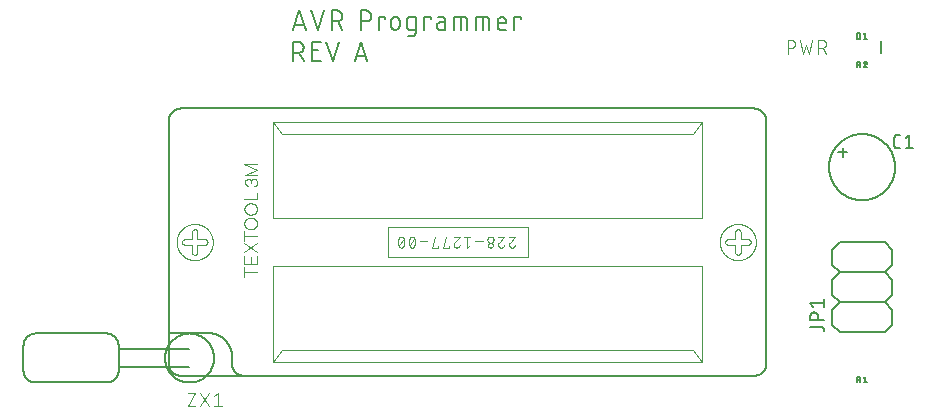
<source format=gbr>
G04 EAGLE Gerber RS-274X export*
G75*
%MOMM*%
%FSLAX34Y34*%
%LPD*%
%INSilkscreen Top*%
%IPPOS*%
%AMOC8*
5,1,8,0,0,1.08239X$1,22.5*%
G01*
%ADD10C,0.152400*%
%ADD11C,0.101600*%
%ADD12C,0.127000*%
%ADD13C,0.203200*%
%ADD14C,0.076200*%


D10*
X153162Y370332D02*
X158581Y386588D01*
X163999Y370332D01*
X162645Y374396D02*
X154517Y374396D01*
X168793Y386588D02*
X174212Y370332D01*
X179631Y386588D01*
X185940Y386588D02*
X185940Y370332D01*
X185940Y386588D02*
X190456Y386588D01*
X190589Y386586D01*
X190721Y386580D01*
X190853Y386570D01*
X190985Y386557D01*
X191117Y386539D01*
X191247Y386518D01*
X191378Y386493D01*
X191507Y386464D01*
X191635Y386431D01*
X191763Y386395D01*
X191889Y386355D01*
X192014Y386311D01*
X192138Y386263D01*
X192260Y386212D01*
X192381Y386157D01*
X192500Y386099D01*
X192618Y386037D01*
X192733Y385972D01*
X192847Y385903D01*
X192958Y385832D01*
X193067Y385756D01*
X193174Y385678D01*
X193279Y385597D01*
X193381Y385512D01*
X193481Y385425D01*
X193578Y385335D01*
X193673Y385242D01*
X193764Y385146D01*
X193853Y385048D01*
X193939Y384947D01*
X194022Y384843D01*
X194102Y384737D01*
X194178Y384629D01*
X194252Y384519D01*
X194322Y384406D01*
X194389Y384292D01*
X194452Y384175D01*
X194512Y384057D01*
X194569Y383937D01*
X194622Y383815D01*
X194671Y383692D01*
X194717Y383568D01*
X194759Y383442D01*
X194797Y383315D01*
X194832Y383187D01*
X194863Y383058D01*
X194890Y382929D01*
X194913Y382798D01*
X194933Y382667D01*
X194948Y382535D01*
X194960Y382403D01*
X194968Y382271D01*
X194972Y382138D01*
X194972Y382006D01*
X194968Y381873D01*
X194960Y381741D01*
X194948Y381609D01*
X194933Y381477D01*
X194913Y381346D01*
X194890Y381215D01*
X194863Y381086D01*
X194832Y380957D01*
X194797Y380829D01*
X194759Y380702D01*
X194717Y380576D01*
X194671Y380452D01*
X194622Y380329D01*
X194569Y380207D01*
X194512Y380087D01*
X194452Y379969D01*
X194389Y379852D01*
X194322Y379738D01*
X194252Y379625D01*
X194178Y379515D01*
X194102Y379407D01*
X194022Y379301D01*
X193939Y379197D01*
X193853Y379096D01*
X193764Y378998D01*
X193673Y378902D01*
X193578Y378809D01*
X193481Y378719D01*
X193381Y378632D01*
X193279Y378547D01*
X193174Y378466D01*
X193067Y378388D01*
X192958Y378312D01*
X192847Y378241D01*
X192733Y378172D01*
X192618Y378107D01*
X192500Y378045D01*
X192381Y377987D01*
X192260Y377932D01*
X192138Y377881D01*
X192014Y377833D01*
X191889Y377789D01*
X191763Y377749D01*
X191635Y377713D01*
X191507Y377680D01*
X191378Y377651D01*
X191247Y377626D01*
X191117Y377605D01*
X190985Y377587D01*
X190853Y377574D01*
X190721Y377564D01*
X190589Y377558D01*
X190456Y377556D01*
X190456Y377557D02*
X185940Y377557D01*
X191359Y377557D02*
X194971Y370332D01*
X210549Y370332D02*
X210549Y386588D01*
X215064Y386588D01*
X215197Y386586D01*
X215329Y386580D01*
X215461Y386570D01*
X215593Y386557D01*
X215725Y386539D01*
X215855Y386518D01*
X215986Y386493D01*
X216115Y386464D01*
X216243Y386431D01*
X216371Y386395D01*
X216497Y386355D01*
X216622Y386311D01*
X216746Y386263D01*
X216868Y386212D01*
X216989Y386157D01*
X217108Y386099D01*
X217226Y386037D01*
X217341Y385972D01*
X217455Y385903D01*
X217566Y385832D01*
X217675Y385756D01*
X217782Y385678D01*
X217887Y385597D01*
X217989Y385512D01*
X218089Y385425D01*
X218186Y385335D01*
X218281Y385242D01*
X218372Y385146D01*
X218461Y385048D01*
X218547Y384947D01*
X218630Y384843D01*
X218710Y384737D01*
X218786Y384629D01*
X218860Y384519D01*
X218930Y384406D01*
X218997Y384292D01*
X219060Y384175D01*
X219120Y384057D01*
X219177Y383937D01*
X219230Y383815D01*
X219279Y383692D01*
X219325Y383568D01*
X219367Y383442D01*
X219405Y383315D01*
X219440Y383187D01*
X219471Y383058D01*
X219498Y382929D01*
X219521Y382798D01*
X219541Y382667D01*
X219556Y382535D01*
X219568Y382403D01*
X219576Y382271D01*
X219580Y382138D01*
X219580Y382006D01*
X219576Y381873D01*
X219568Y381741D01*
X219556Y381609D01*
X219541Y381477D01*
X219521Y381346D01*
X219498Y381215D01*
X219471Y381086D01*
X219440Y380957D01*
X219405Y380829D01*
X219367Y380702D01*
X219325Y380576D01*
X219279Y380452D01*
X219230Y380329D01*
X219177Y380207D01*
X219120Y380087D01*
X219060Y379969D01*
X218997Y379852D01*
X218930Y379738D01*
X218860Y379625D01*
X218786Y379515D01*
X218710Y379407D01*
X218630Y379301D01*
X218547Y379197D01*
X218461Y379096D01*
X218372Y378998D01*
X218281Y378902D01*
X218186Y378809D01*
X218089Y378719D01*
X217989Y378632D01*
X217887Y378547D01*
X217782Y378466D01*
X217675Y378388D01*
X217566Y378312D01*
X217455Y378241D01*
X217341Y378172D01*
X217226Y378107D01*
X217108Y378045D01*
X216989Y377987D01*
X216868Y377932D01*
X216746Y377881D01*
X216622Y377833D01*
X216497Y377789D01*
X216371Y377749D01*
X216243Y377713D01*
X216115Y377680D01*
X215986Y377651D01*
X215855Y377626D01*
X215725Y377605D01*
X215593Y377587D01*
X215461Y377574D01*
X215329Y377564D01*
X215197Y377558D01*
X215064Y377556D01*
X215064Y377557D02*
X210549Y377557D01*
X225915Y381169D02*
X225915Y370332D01*
X225915Y381169D02*
X231333Y381169D01*
X231333Y379363D01*
X236251Y377557D02*
X236251Y373944D01*
X236251Y377557D02*
X236253Y377676D01*
X236259Y377796D01*
X236269Y377915D01*
X236283Y378033D01*
X236300Y378152D01*
X236322Y378269D01*
X236347Y378386D01*
X236377Y378501D01*
X236410Y378616D01*
X236447Y378730D01*
X236487Y378842D01*
X236532Y378953D01*
X236580Y379062D01*
X236631Y379170D01*
X236686Y379276D01*
X236745Y379380D01*
X236807Y379482D01*
X236872Y379582D01*
X236941Y379680D01*
X237013Y379776D01*
X237088Y379869D01*
X237165Y379959D01*
X237246Y380047D01*
X237330Y380132D01*
X237417Y380214D01*
X237506Y380294D01*
X237598Y380370D01*
X237692Y380444D01*
X237789Y380514D01*
X237887Y380581D01*
X237988Y380645D01*
X238092Y380705D01*
X238197Y380762D01*
X238304Y380815D01*
X238412Y380865D01*
X238522Y380911D01*
X238634Y380953D01*
X238747Y380992D01*
X238861Y381027D01*
X238976Y381058D01*
X239093Y381086D01*
X239210Y381109D01*
X239327Y381129D01*
X239446Y381145D01*
X239565Y381157D01*
X239684Y381165D01*
X239803Y381169D01*
X239923Y381169D01*
X240042Y381165D01*
X240161Y381157D01*
X240280Y381145D01*
X240399Y381129D01*
X240516Y381109D01*
X240633Y381086D01*
X240750Y381058D01*
X240865Y381027D01*
X240979Y380992D01*
X241092Y380953D01*
X241204Y380911D01*
X241314Y380865D01*
X241422Y380815D01*
X241529Y380762D01*
X241634Y380705D01*
X241738Y380645D01*
X241839Y380581D01*
X241937Y380514D01*
X242034Y380444D01*
X242128Y380370D01*
X242220Y380294D01*
X242309Y380214D01*
X242396Y380132D01*
X242480Y380047D01*
X242561Y379959D01*
X242638Y379869D01*
X242713Y379776D01*
X242785Y379680D01*
X242854Y379582D01*
X242919Y379482D01*
X242981Y379380D01*
X243040Y379276D01*
X243095Y379170D01*
X243146Y379062D01*
X243194Y378953D01*
X243239Y378842D01*
X243279Y378730D01*
X243316Y378616D01*
X243349Y378501D01*
X243379Y378386D01*
X243404Y378269D01*
X243426Y378152D01*
X243443Y378033D01*
X243457Y377915D01*
X243467Y377796D01*
X243473Y377676D01*
X243475Y377557D01*
X243476Y377557D02*
X243476Y373944D01*
X243475Y373944D02*
X243473Y373825D01*
X243467Y373705D01*
X243457Y373586D01*
X243443Y373468D01*
X243426Y373349D01*
X243404Y373232D01*
X243379Y373115D01*
X243349Y373000D01*
X243316Y372885D01*
X243279Y372771D01*
X243239Y372659D01*
X243194Y372548D01*
X243146Y372439D01*
X243095Y372331D01*
X243040Y372225D01*
X242981Y372121D01*
X242919Y372019D01*
X242854Y371919D01*
X242785Y371821D01*
X242713Y371725D01*
X242638Y371632D01*
X242561Y371542D01*
X242480Y371454D01*
X242396Y371369D01*
X242309Y371287D01*
X242220Y371207D01*
X242128Y371131D01*
X242034Y371057D01*
X241937Y370987D01*
X241839Y370920D01*
X241738Y370856D01*
X241634Y370796D01*
X241529Y370739D01*
X241422Y370686D01*
X241314Y370636D01*
X241204Y370590D01*
X241092Y370548D01*
X240979Y370509D01*
X240865Y370474D01*
X240750Y370443D01*
X240633Y370415D01*
X240516Y370392D01*
X240399Y370372D01*
X240280Y370356D01*
X240161Y370344D01*
X240042Y370336D01*
X239923Y370332D01*
X239803Y370332D01*
X239684Y370336D01*
X239565Y370344D01*
X239446Y370356D01*
X239327Y370372D01*
X239210Y370392D01*
X239093Y370415D01*
X238976Y370443D01*
X238861Y370474D01*
X238747Y370509D01*
X238634Y370548D01*
X238522Y370590D01*
X238412Y370636D01*
X238304Y370686D01*
X238197Y370739D01*
X238092Y370796D01*
X237988Y370856D01*
X237887Y370920D01*
X237789Y370987D01*
X237692Y371057D01*
X237598Y371131D01*
X237506Y371207D01*
X237417Y371287D01*
X237330Y371369D01*
X237246Y371454D01*
X237165Y371542D01*
X237088Y371632D01*
X237013Y371725D01*
X236941Y371821D01*
X236872Y371919D01*
X236807Y372019D01*
X236745Y372121D01*
X236686Y372225D01*
X236631Y372331D01*
X236580Y372439D01*
X236532Y372548D01*
X236487Y372659D01*
X236447Y372771D01*
X236410Y372885D01*
X236377Y373000D01*
X236347Y373115D01*
X236322Y373232D01*
X236300Y373349D01*
X236283Y373468D01*
X236269Y373586D01*
X236259Y373705D01*
X236253Y373825D01*
X236251Y373944D01*
X252434Y370332D02*
X256949Y370332D01*
X252434Y370332D02*
X252333Y370334D01*
X252232Y370340D01*
X252131Y370349D01*
X252030Y370362D01*
X251930Y370379D01*
X251831Y370400D01*
X251733Y370424D01*
X251636Y370452D01*
X251539Y370484D01*
X251444Y370519D01*
X251351Y370558D01*
X251259Y370600D01*
X251168Y370646D01*
X251080Y370695D01*
X250993Y370747D01*
X250908Y370803D01*
X250825Y370861D01*
X250745Y370923D01*
X250667Y370988D01*
X250591Y371055D01*
X250518Y371125D01*
X250448Y371198D01*
X250381Y371274D01*
X250316Y371352D01*
X250254Y371432D01*
X250196Y371515D01*
X250140Y371600D01*
X250088Y371687D01*
X250039Y371775D01*
X249993Y371866D01*
X249951Y371958D01*
X249912Y372051D01*
X249877Y372146D01*
X249845Y372243D01*
X249817Y372340D01*
X249793Y372438D01*
X249772Y372537D01*
X249755Y372637D01*
X249742Y372738D01*
X249733Y372839D01*
X249727Y372940D01*
X249725Y373041D01*
X249724Y373041D02*
X249724Y378460D01*
X249725Y378460D02*
X249727Y378561D01*
X249733Y378662D01*
X249742Y378763D01*
X249755Y378864D01*
X249772Y378964D01*
X249793Y379063D01*
X249817Y379161D01*
X249845Y379258D01*
X249877Y379355D01*
X249912Y379450D01*
X249951Y379543D01*
X249993Y379635D01*
X250039Y379726D01*
X250088Y379815D01*
X250140Y379901D01*
X250196Y379986D01*
X250254Y380069D01*
X250316Y380149D01*
X250381Y380227D01*
X250448Y380303D01*
X250518Y380376D01*
X250591Y380446D01*
X250667Y380513D01*
X250745Y380578D01*
X250825Y380640D01*
X250908Y380698D01*
X250993Y380754D01*
X251080Y380806D01*
X251168Y380855D01*
X251259Y380901D01*
X251351Y380943D01*
X251444Y380982D01*
X251539Y381017D01*
X251636Y381049D01*
X251733Y381077D01*
X251831Y381101D01*
X251930Y381122D01*
X252030Y381139D01*
X252131Y381152D01*
X252232Y381161D01*
X252333Y381167D01*
X252434Y381169D01*
X256949Y381169D01*
X256949Y367623D01*
X256947Y367519D01*
X256941Y367416D01*
X256931Y367312D01*
X256917Y367209D01*
X256899Y367107D01*
X256878Y367006D01*
X256852Y366905D01*
X256823Y366806D01*
X256790Y366707D01*
X256753Y366610D01*
X256712Y366515D01*
X256668Y366421D01*
X256620Y366329D01*
X256569Y366239D01*
X256514Y366150D01*
X256456Y366064D01*
X256394Y365981D01*
X256330Y365899D01*
X256262Y365821D01*
X256192Y365745D01*
X256119Y365671D01*
X256042Y365601D01*
X255964Y365533D01*
X255882Y365469D01*
X255799Y365407D01*
X255713Y365349D01*
X255624Y365294D01*
X255534Y365243D01*
X255442Y365195D01*
X255348Y365151D01*
X255253Y365110D01*
X255156Y365073D01*
X255057Y365040D01*
X254958Y365011D01*
X254857Y364985D01*
X254756Y364964D01*
X254654Y364946D01*
X254551Y364932D01*
X254447Y364922D01*
X254344Y364916D01*
X254240Y364914D01*
X254240Y364913D02*
X250628Y364913D01*
X264472Y370332D02*
X264472Y381169D01*
X269890Y381169D01*
X269890Y379363D01*
X277895Y376654D02*
X281959Y376654D01*
X277895Y376654D02*
X277783Y376652D01*
X277672Y376646D01*
X277561Y376636D01*
X277450Y376623D01*
X277340Y376605D01*
X277231Y376583D01*
X277122Y376558D01*
X277014Y376529D01*
X276908Y376496D01*
X276802Y376459D01*
X276698Y376419D01*
X276596Y376375D01*
X276495Y376327D01*
X276396Y376276D01*
X276298Y376221D01*
X276203Y376163D01*
X276110Y376102D01*
X276019Y376037D01*
X275930Y375969D01*
X275844Y375898D01*
X275761Y375825D01*
X275680Y375748D01*
X275601Y375668D01*
X275526Y375586D01*
X275454Y375501D01*
X275384Y375414D01*
X275318Y375324D01*
X275255Y375232D01*
X275195Y375137D01*
X275139Y375041D01*
X275086Y374943D01*
X275037Y374843D01*
X274991Y374741D01*
X274949Y374638D01*
X274910Y374533D01*
X274875Y374427D01*
X274844Y374320D01*
X274817Y374212D01*
X274793Y374103D01*
X274774Y373993D01*
X274758Y373883D01*
X274746Y373772D01*
X274738Y373660D01*
X274734Y373549D01*
X274734Y373437D01*
X274738Y373326D01*
X274746Y373214D01*
X274758Y373103D01*
X274774Y372993D01*
X274793Y372883D01*
X274817Y372774D01*
X274844Y372666D01*
X274875Y372559D01*
X274910Y372453D01*
X274949Y372348D01*
X274991Y372245D01*
X275037Y372143D01*
X275086Y372043D01*
X275139Y371945D01*
X275195Y371849D01*
X275255Y371754D01*
X275318Y371662D01*
X275384Y371572D01*
X275454Y371485D01*
X275526Y371400D01*
X275601Y371318D01*
X275680Y371238D01*
X275761Y371161D01*
X275844Y371088D01*
X275930Y371017D01*
X276019Y370949D01*
X276110Y370884D01*
X276203Y370823D01*
X276298Y370765D01*
X276396Y370710D01*
X276495Y370659D01*
X276596Y370611D01*
X276698Y370567D01*
X276802Y370527D01*
X276908Y370490D01*
X277014Y370457D01*
X277122Y370428D01*
X277231Y370403D01*
X277340Y370381D01*
X277450Y370363D01*
X277561Y370350D01*
X277672Y370340D01*
X277783Y370334D01*
X277895Y370332D01*
X281959Y370332D01*
X281959Y378460D01*
X281957Y378561D01*
X281951Y378662D01*
X281942Y378763D01*
X281929Y378864D01*
X281912Y378964D01*
X281891Y379063D01*
X281867Y379161D01*
X281839Y379258D01*
X281807Y379355D01*
X281772Y379450D01*
X281733Y379543D01*
X281691Y379635D01*
X281645Y379726D01*
X281596Y379815D01*
X281544Y379901D01*
X281488Y379986D01*
X281430Y380069D01*
X281368Y380149D01*
X281303Y380227D01*
X281236Y380303D01*
X281166Y380376D01*
X281093Y380446D01*
X281017Y380513D01*
X280939Y380578D01*
X280859Y380640D01*
X280776Y380698D01*
X280691Y380754D01*
X280605Y380806D01*
X280516Y380855D01*
X280425Y380901D01*
X280333Y380943D01*
X280240Y380982D01*
X280145Y381017D01*
X280048Y381049D01*
X279951Y381077D01*
X279853Y381101D01*
X279754Y381122D01*
X279654Y381139D01*
X279553Y381152D01*
X279452Y381161D01*
X279351Y381167D01*
X279250Y381169D01*
X275637Y381169D01*
X289675Y381169D02*
X289675Y370332D01*
X289675Y381169D02*
X297803Y381169D01*
X297904Y381167D01*
X298005Y381161D01*
X298106Y381152D01*
X298207Y381139D01*
X298307Y381122D01*
X298406Y381101D01*
X298504Y381077D01*
X298601Y381049D01*
X298698Y381017D01*
X298793Y380982D01*
X298886Y380943D01*
X298978Y380901D01*
X299069Y380855D01*
X299158Y380806D01*
X299244Y380754D01*
X299329Y380698D01*
X299412Y380640D01*
X299492Y380578D01*
X299570Y380513D01*
X299646Y380446D01*
X299719Y380376D01*
X299789Y380303D01*
X299856Y380227D01*
X299921Y380149D01*
X299983Y380069D01*
X300041Y379986D01*
X300097Y379901D01*
X300149Y379815D01*
X300198Y379726D01*
X300244Y379635D01*
X300286Y379543D01*
X300325Y379450D01*
X300360Y379355D01*
X300392Y379258D01*
X300420Y379161D01*
X300444Y379063D01*
X300465Y378964D01*
X300482Y378864D01*
X300495Y378763D01*
X300504Y378662D01*
X300510Y378561D01*
X300512Y378460D01*
X300512Y370332D01*
X295093Y370332D02*
X295093Y381169D01*
X308432Y381169D02*
X308432Y370332D01*
X308432Y381169D02*
X316560Y381169D01*
X316661Y381167D01*
X316762Y381161D01*
X316863Y381152D01*
X316964Y381139D01*
X317064Y381122D01*
X317163Y381101D01*
X317261Y381077D01*
X317358Y381049D01*
X317455Y381017D01*
X317550Y380982D01*
X317643Y380943D01*
X317735Y380901D01*
X317826Y380855D01*
X317915Y380806D01*
X318001Y380754D01*
X318086Y380698D01*
X318169Y380640D01*
X318249Y380578D01*
X318327Y380513D01*
X318403Y380446D01*
X318476Y380376D01*
X318546Y380303D01*
X318613Y380227D01*
X318678Y380149D01*
X318740Y380069D01*
X318798Y379986D01*
X318854Y379901D01*
X318906Y379815D01*
X318955Y379726D01*
X319001Y379635D01*
X319043Y379543D01*
X319082Y379450D01*
X319117Y379355D01*
X319149Y379258D01*
X319177Y379161D01*
X319201Y379063D01*
X319222Y378964D01*
X319239Y378864D01*
X319252Y378763D01*
X319261Y378662D01*
X319267Y378561D01*
X319269Y378460D01*
X319270Y378460D02*
X319270Y370332D01*
X313851Y370332D02*
X313851Y381169D01*
X329100Y370332D02*
X333616Y370332D01*
X329100Y370332D02*
X328999Y370334D01*
X328898Y370340D01*
X328797Y370349D01*
X328696Y370362D01*
X328596Y370379D01*
X328497Y370400D01*
X328399Y370424D01*
X328302Y370452D01*
X328205Y370484D01*
X328110Y370519D01*
X328017Y370558D01*
X327925Y370600D01*
X327834Y370646D01*
X327746Y370695D01*
X327659Y370747D01*
X327574Y370803D01*
X327491Y370861D01*
X327411Y370923D01*
X327333Y370988D01*
X327257Y371055D01*
X327184Y371125D01*
X327114Y371198D01*
X327047Y371274D01*
X326982Y371352D01*
X326920Y371432D01*
X326862Y371515D01*
X326806Y371600D01*
X326754Y371687D01*
X326705Y371775D01*
X326659Y371866D01*
X326617Y371958D01*
X326578Y372051D01*
X326543Y372146D01*
X326511Y372243D01*
X326483Y372340D01*
X326459Y372438D01*
X326438Y372537D01*
X326421Y372637D01*
X326408Y372738D01*
X326399Y372839D01*
X326393Y372940D01*
X326391Y373041D01*
X326391Y377557D01*
X326393Y377676D01*
X326399Y377796D01*
X326409Y377915D01*
X326423Y378033D01*
X326440Y378152D01*
X326462Y378269D01*
X326487Y378386D01*
X326517Y378501D01*
X326550Y378616D01*
X326587Y378730D01*
X326627Y378842D01*
X326672Y378953D01*
X326720Y379062D01*
X326771Y379170D01*
X326826Y379276D01*
X326885Y379380D01*
X326947Y379482D01*
X327012Y379582D01*
X327081Y379680D01*
X327153Y379776D01*
X327228Y379869D01*
X327305Y379959D01*
X327386Y380047D01*
X327470Y380132D01*
X327557Y380214D01*
X327646Y380294D01*
X327738Y380370D01*
X327832Y380444D01*
X327929Y380514D01*
X328027Y380581D01*
X328128Y380645D01*
X328232Y380705D01*
X328337Y380762D01*
X328444Y380815D01*
X328552Y380865D01*
X328662Y380911D01*
X328774Y380953D01*
X328887Y380992D01*
X329001Y381027D01*
X329116Y381058D01*
X329233Y381086D01*
X329350Y381109D01*
X329467Y381129D01*
X329586Y381145D01*
X329705Y381157D01*
X329824Y381165D01*
X329943Y381169D01*
X330063Y381169D01*
X330182Y381165D01*
X330301Y381157D01*
X330420Y381145D01*
X330539Y381129D01*
X330656Y381109D01*
X330773Y381086D01*
X330890Y381058D01*
X331005Y381027D01*
X331119Y380992D01*
X331232Y380953D01*
X331344Y380911D01*
X331454Y380865D01*
X331562Y380815D01*
X331669Y380762D01*
X331774Y380705D01*
X331878Y380645D01*
X331979Y380581D01*
X332077Y380514D01*
X332174Y380444D01*
X332268Y380370D01*
X332360Y380294D01*
X332449Y380214D01*
X332536Y380132D01*
X332620Y380047D01*
X332701Y379959D01*
X332778Y379869D01*
X332853Y379776D01*
X332925Y379680D01*
X332994Y379582D01*
X333059Y379482D01*
X333121Y379380D01*
X333180Y379276D01*
X333235Y379170D01*
X333286Y379062D01*
X333334Y378953D01*
X333379Y378842D01*
X333419Y378730D01*
X333456Y378616D01*
X333489Y378501D01*
X333519Y378386D01*
X333544Y378269D01*
X333566Y378152D01*
X333583Y378033D01*
X333597Y377915D01*
X333607Y377796D01*
X333613Y377676D01*
X333615Y377557D01*
X333616Y377557D02*
X333616Y375751D01*
X326391Y375751D01*
X340544Y370332D02*
X340544Y381169D01*
X345962Y381169D01*
X345962Y379363D01*
X153162Y359918D02*
X153162Y343662D01*
X153162Y359918D02*
X157678Y359918D01*
X157811Y359916D01*
X157943Y359910D01*
X158075Y359900D01*
X158207Y359887D01*
X158339Y359869D01*
X158469Y359848D01*
X158600Y359823D01*
X158729Y359794D01*
X158857Y359761D01*
X158985Y359725D01*
X159111Y359685D01*
X159236Y359641D01*
X159360Y359593D01*
X159482Y359542D01*
X159603Y359487D01*
X159722Y359429D01*
X159840Y359367D01*
X159955Y359302D01*
X160069Y359233D01*
X160180Y359162D01*
X160289Y359086D01*
X160396Y359008D01*
X160501Y358927D01*
X160603Y358842D01*
X160703Y358755D01*
X160800Y358665D01*
X160895Y358572D01*
X160986Y358476D01*
X161075Y358378D01*
X161161Y358277D01*
X161244Y358173D01*
X161324Y358067D01*
X161400Y357959D01*
X161474Y357849D01*
X161544Y357736D01*
X161611Y357622D01*
X161674Y357505D01*
X161734Y357387D01*
X161791Y357267D01*
X161844Y357145D01*
X161893Y357022D01*
X161939Y356898D01*
X161981Y356772D01*
X162019Y356645D01*
X162054Y356517D01*
X162085Y356388D01*
X162112Y356259D01*
X162135Y356128D01*
X162155Y355997D01*
X162170Y355865D01*
X162182Y355733D01*
X162190Y355601D01*
X162194Y355468D01*
X162194Y355336D01*
X162190Y355203D01*
X162182Y355071D01*
X162170Y354939D01*
X162155Y354807D01*
X162135Y354676D01*
X162112Y354545D01*
X162085Y354416D01*
X162054Y354287D01*
X162019Y354159D01*
X161981Y354032D01*
X161939Y353906D01*
X161893Y353782D01*
X161844Y353659D01*
X161791Y353537D01*
X161734Y353417D01*
X161674Y353299D01*
X161611Y353182D01*
X161544Y353068D01*
X161474Y352955D01*
X161400Y352845D01*
X161324Y352737D01*
X161244Y352631D01*
X161161Y352527D01*
X161075Y352426D01*
X160986Y352328D01*
X160895Y352232D01*
X160800Y352139D01*
X160703Y352049D01*
X160603Y351962D01*
X160501Y351877D01*
X160396Y351796D01*
X160289Y351718D01*
X160180Y351642D01*
X160069Y351571D01*
X159955Y351502D01*
X159840Y351437D01*
X159722Y351375D01*
X159603Y351317D01*
X159482Y351262D01*
X159360Y351211D01*
X159236Y351163D01*
X159111Y351119D01*
X158985Y351079D01*
X158857Y351043D01*
X158729Y351010D01*
X158600Y350981D01*
X158469Y350956D01*
X158339Y350935D01*
X158207Y350917D01*
X158075Y350904D01*
X157943Y350894D01*
X157811Y350888D01*
X157678Y350886D01*
X157678Y350887D02*
X153162Y350887D01*
X158581Y350887D02*
X162193Y343662D01*
X169253Y343662D02*
X176477Y343662D01*
X169253Y343662D02*
X169253Y359918D01*
X176477Y359918D01*
X174671Y352693D02*
X169253Y352693D01*
X181346Y359918D02*
X186764Y343662D01*
X192183Y359918D01*
X210732Y359918D02*
X205314Y343662D01*
X216151Y343662D02*
X210732Y359918D01*
X214796Y347726D02*
X206668Y347726D01*
D11*
X572008Y349758D02*
X572008Y361442D01*
X575254Y361442D01*
X575367Y361440D01*
X575480Y361434D01*
X575593Y361424D01*
X575706Y361410D01*
X575818Y361393D01*
X575929Y361371D01*
X576039Y361346D01*
X576149Y361316D01*
X576257Y361283D01*
X576364Y361246D01*
X576470Y361206D01*
X576574Y361161D01*
X576677Y361113D01*
X576778Y361062D01*
X576877Y361007D01*
X576974Y360949D01*
X577069Y360887D01*
X577162Y360822D01*
X577252Y360754D01*
X577340Y360683D01*
X577426Y360608D01*
X577509Y360531D01*
X577589Y360451D01*
X577666Y360368D01*
X577741Y360282D01*
X577812Y360194D01*
X577880Y360104D01*
X577945Y360011D01*
X578007Y359916D01*
X578065Y359819D01*
X578120Y359720D01*
X578171Y359619D01*
X578219Y359516D01*
X578264Y359412D01*
X578304Y359306D01*
X578341Y359199D01*
X578374Y359091D01*
X578404Y358981D01*
X578429Y358871D01*
X578451Y358760D01*
X578468Y358648D01*
X578482Y358535D01*
X578492Y358422D01*
X578498Y358309D01*
X578500Y358196D01*
X578498Y358083D01*
X578492Y357970D01*
X578482Y357857D01*
X578468Y357744D01*
X578451Y357632D01*
X578429Y357521D01*
X578404Y357411D01*
X578374Y357301D01*
X578341Y357193D01*
X578304Y357086D01*
X578264Y356980D01*
X578219Y356876D01*
X578171Y356773D01*
X578120Y356672D01*
X578065Y356573D01*
X578007Y356476D01*
X577945Y356381D01*
X577880Y356288D01*
X577812Y356198D01*
X577741Y356110D01*
X577666Y356024D01*
X577589Y355941D01*
X577509Y355861D01*
X577426Y355784D01*
X577340Y355709D01*
X577252Y355638D01*
X577162Y355570D01*
X577069Y355505D01*
X576974Y355443D01*
X576877Y355385D01*
X576778Y355330D01*
X576677Y355279D01*
X576574Y355231D01*
X576470Y355186D01*
X576364Y355146D01*
X576257Y355109D01*
X576149Y355076D01*
X576039Y355046D01*
X575929Y355021D01*
X575818Y354999D01*
X575706Y354982D01*
X575593Y354968D01*
X575480Y354958D01*
X575367Y354952D01*
X575254Y354950D01*
X575254Y354951D02*
X572008Y354951D01*
X582464Y361442D02*
X585061Y349758D01*
X587657Y357547D01*
X590254Y349758D01*
X592850Y361442D01*
X597820Y361442D02*
X597820Y349758D01*
X597820Y361442D02*
X601066Y361442D01*
X601179Y361440D01*
X601292Y361434D01*
X601405Y361424D01*
X601518Y361410D01*
X601630Y361393D01*
X601741Y361371D01*
X601851Y361346D01*
X601961Y361316D01*
X602069Y361283D01*
X602176Y361246D01*
X602282Y361206D01*
X602386Y361161D01*
X602489Y361113D01*
X602590Y361062D01*
X602689Y361007D01*
X602786Y360949D01*
X602881Y360887D01*
X602974Y360822D01*
X603064Y360754D01*
X603152Y360683D01*
X603238Y360608D01*
X603321Y360531D01*
X603401Y360451D01*
X603478Y360368D01*
X603553Y360282D01*
X603624Y360194D01*
X603692Y360104D01*
X603757Y360011D01*
X603819Y359916D01*
X603877Y359819D01*
X603932Y359720D01*
X603983Y359619D01*
X604031Y359516D01*
X604076Y359412D01*
X604116Y359306D01*
X604153Y359199D01*
X604186Y359091D01*
X604216Y358981D01*
X604241Y358871D01*
X604263Y358760D01*
X604280Y358648D01*
X604294Y358535D01*
X604304Y358422D01*
X604310Y358309D01*
X604312Y358196D01*
X604310Y358083D01*
X604304Y357970D01*
X604294Y357857D01*
X604280Y357744D01*
X604263Y357632D01*
X604241Y357521D01*
X604216Y357411D01*
X604186Y357301D01*
X604153Y357193D01*
X604116Y357086D01*
X604076Y356980D01*
X604031Y356876D01*
X603983Y356773D01*
X603932Y356672D01*
X603877Y356573D01*
X603819Y356476D01*
X603757Y356381D01*
X603692Y356288D01*
X603624Y356198D01*
X603553Y356110D01*
X603478Y356024D01*
X603401Y355941D01*
X603321Y355861D01*
X603238Y355784D01*
X603152Y355709D01*
X603064Y355638D01*
X602974Y355570D01*
X602881Y355505D01*
X602786Y355443D01*
X602689Y355385D01*
X602590Y355330D01*
X602489Y355279D01*
X602386Y355231D01*
X602282Y355186D01*
X602176Y355146D01*
X602069Y355109D01*
X601961Y355076D01*
X601851Y355046D01*
X601741Y355021D01*
X601630Y354999D01*
X601518Y354982D01*
X601405Y354968D01*
X601292Y354958D01*
X601179Y354952D01*
X601066Y354950D01*
X601066Y354951D02*
X597820Y354951D01*
X601715Y354951D02*
X604311Y349758D01*
D10*
X614680Y266700D02*
X618490Y266700D01*
X618490Y262890D01*
X618490Y266700D02*
X622300Y266700D01*
X618490Y266700D02*
X618490Y270510D01*
X607060Y254000D02*
X607068Y254686D01*
X607094Y255371D01*
X607136Y256055D01*
X607195Y256739D01*
X607270Y257420D01*
X607362Y258100D01*
X607471Y258777D01*
X607597Y259451D01*
X607739Y260122D01*
X607897Y260789D01*
X608072Y261452D01*
X608263Y262111D01*
X608470Y262764D01*
X608693Y263413D01*
X608932Y264055D01*
X609187Y264692D01*
X609457Y265322D01*
X609743Y265946D01*
X610043Y266562D01*
X610359Y267171D01*
X610690Y267772D01*
X611035Y268364D01*
X611395Y268948D01*
X611769Y269523D01*
X612157Y270088D01*
X612558Y270644D01*
X612974Y271190D01*
X613402Y271725D01*
X613844Y272250D01*
X614298Y272763D01*
X614765Y273266D01*
X615243Y273757D01*
X615734Y274235D01*
X616237Y274702D01*
X616750Y275156D01*
X617275Y275598D01*
X617810Y276026D01*
X618356Y276442D01*
X618912Y276843D01*
X619477Y277231D01*
X620052Y277605D01*
X620636Y277965D01*
X621228Y278310D01*
X621829Y278641D01*
X622438Y278957D01*
X623054Y279257D01*
X623678Y279543D01*
X624308Y279813D01*
X624945Y280068D01*
X625587Y280307D01*
X626236Y280530D01*
X626889Y280737D01*
X627548Y280928D01*
X628211Y281103D01*
X628878Y281261D01*
X629549Y281403D01*
X630223Y281529D01*
X630900Y281638D01*
X631580Y281730D01*
X632261Y281805D01*
X632945Y281864D01*
X633629Y281906D01*
X634314Y281932D01*
X635000Y281940D01*
X635686Y281932D01*
X636371Y281906D01*
X637055Y281864D01*
X637739Y281805D01*
X638420Y281730D01*
X639100Y281638D01*
X639777Y281529D01*
X640451Y281403D01*
X641122Y281261D01*
X641789Y281103D01*
X642452Y280928D01*
X643111Y280737D01*
X643764Y280530D01*
X644413Y280307D01*
X645055Y280068D01*
X645692Y279813D01*
X646322Y279543D01*
X646946Y279257D01*
X647562Y278957D01*
X648171Y278641D01*
X648772Y278310D01*
X649364Y277965D01*
X649948Y277605D01*
X650523Y277231D01*
X651088Y276843D01*
X651644Y276442D01*
X652190Y276026D01*
X652725Y275598D01*
X653250Y275156D01*
X653763Y274702D01*
X654266Y274235D01*
X654757Y273757D01*
X655235Y273266D01*
X655702Y272763D01*
X656156Y272250D01*
X656598Y271725D01*
X657026Y271190D01*
X657442Y270644D01*
X657843Y270088D01*
X658231Y269523D01*
X658605Y268948D01*
X658965Y268364D01*
X659310Y267772D01*
X659641Y267171D01*
X659957Y266562D01*
X660257Y265946D01*
X660543Y265322D01*
X660813Y264692D01*
X661068Y264055D01*
X661307Y263413D01*
X661530Y262764D01*
X661737Y262111D01*
X661928Y261452D01*
X662103Y260789D01*
X662261Y260122D01*
X662403Y259451D01*
X662529Y258777D01*
X662638Y258100D01*
X662730Y257420D01*
X662805Y256739D01*
X662864Y256055D01*
X662906Y255371D01*
X662932Y254686D01*
X662940Y254000D01*
X662932Y253314D01*
X662906Y252629D01*
X662864Y251945D01*
X662805Y251261D01*
X662730Y250580D01*
X662638Y249900D01*
X662529Y249223D01*
X662403Y248549D01*
X662261Y247878D01*
X662103Y247211D01*
X661928Y246548D01*
X661737Y245889D01*
X661530Y245236D01*
X661307Y244587D01*
X661068Y243945D01*
X660813Y243308D01*
X660543Y242678D01*
X660257Y242054D01*
X659957Y241438D01*
X659641Y240829D01*
X659310Y240228D01*
X658965Y239636D01*
X658605Y239052D01*
X658231Y238477D01*
X657843Y237912D01*
X657442Y237356D01*
X657026Y236810D01*
X656598Y236275D01*
X656156Y235750D01*
X655702Y235237D01*
X655235Y234734D01*
X654757Y234243D01*
X654266Y233765D01*
X653763Y233298D01*
X653250Y232844D01*
X652725Y232402D01*
X652190Y231974D01*
X651644Y231558D01*
X651088Y231157D01*
X650523Y230769D01*
X649948Y230395D01*
X649364Y230035D01*
X648772Y229690D01*
X648171Y229359D01*
X647562Y229043D01*
X646946Y228743D01*
X646322Y228457D01*
X645692Y228187D01*
X645055Y227932D01*
X644413Y227693D01*
X643764Y227470D01*
X643111Y227263D01*
X642452Y227072D01*
X641789Y226897D01*
X641122Y226739D01*
X640451Y226597D01*
X639777Y226471D01*
X639100Y226362D01*
X638420Y226270D01*
X637739Y226195D01*
X637055Y226136D01*
X636371Y226094D01*
X635686Y226068D01*
X635000Y226060D01*
X634314Y226068D01*
X633629Y226094D01*
X632945Y226136D01*
X632261Y226195D01*
X631580Y226270D01*
X630900Y226362D01*
X630223Y226471D01*
X629549Y226597D01*
X628878Y226739D01*
X628211Y226897D01*
X627548Y227072D01*
X626889Y227263D01*
X626236Y227470D01*
X625587Y227693D01*
X624945Y227932D01*
X624308Y228187D01*
X623678Y228457D01*
X623054Y228743D01*
X622438Y229043D01*
X621829Y229359D01*
X621228Y229690D01*
X620636Y230035D01*
X620052Y230395D01*
X619477Y230769D01*
X618912Y231157D01*
X618356Y231558D01*
X617810Y231974D01*
X617275Y232402D01*
X616750Y232844D01*
X616237Y233298D01*
X615734Y233765D01*
X615243Y234243D01*
X614765Y234734D01*
X614298Y235237D01*
X613844Y235750D01*
X613402Y236275D01*
X612974Y236810D01*
X612558Y237356D01*
X612157Y237912D01*
X611769Y238477D01*
X611395Y239052D01*
X611035Y239636D01*
X610690Y240228D01*
X610359Y240829D01*
X610043Y241438D01*
X609743Y242054D01*
X609457Y242678D01*
X609187Y243308D01*
X608932Y243945D01*
X608693Y244587D01*
X608470Y245236D01*
X608263Y245889D01*
X608072Y246548D01*
X607897Y247211D01*
X607739Y247878D01*
X607597Y248549D01*
X607471Y249223D01*
X607362Y249900D01*
X607270Y250580D01*
X607195Y251261D01*
X607136Y251945D01*
X607094Y252629D01*
X607068Y253314D01*
X607060Y254000D01*
D12*
X664845Y269875D02*
X667385Y269875D01*
X664845Y269875D02*
X664745Y269877D01*
X664646Y269883D01*
X664546Y269893D01*
X664448Y269906D01*
X664349Y269924D01*
X664252Y269945D01*
X664156Y269970D01*
X664060Y269999D01*
X663966Y270032D01*
X663873Y270068D01*
X663782Y270108D01*
X663692Y270152D01*
X663604Y270199D01*
X663518Y270249D01*
X663434Y270303D01*
X663352Y270360D01*
X663273Y270420D01*
X663195Y270484D01*
X663121Y270550D01*
X663049Y270619D01*
X662980Y270691D01*
X662914Y270765D01*
X662850Y270843D01*
X662790Y270922D01*
X662733Y271004D01*
X662679Y271088D01*
X662629Y271174D01*
X662582Y271262D01*
X662538Y271352D01*
X662498Y271443D01*
X662462Y271536D01*
X662429Y271630D01*
X662400Y271726D01*
X662375Y271822D01*
X662354Y271919D01*
X662336Y272018D01*
X662323Y272116D01*
X662313Y272216D01*
X662307Y272315D01*
X662305Y272415D01*
X662305Y278765D01*
X662307Y278865D01*
X662313Y278964D01*
X662323Y279064D01*
X662336Y279162D01*
X662354Y279261D01*
X662375Y279358D01*
X662400Y279454D01*
X662429Y279550D01*
X662462Y279644D01*
X662498Y279737D01*
X662538Y279828D01*
X662582Y279918D01*
X662629Y280006D01*
X662679Y280092D01*
X662733Y280176D01*
X662790Y280258D01*
X662850Y280337D01*
X662914Y280415D01*
X662980Y280489D01*
X663049Y280561D01*
X663121Y280630D01*
X663195Y280696D01*
X663273Y280760D01*
X663352Y280820D01*
X663434Y280877D01*
X663518Y280931D01*
X663604Y280981D01*
X663692Y281028D01*
X663782Y281072D01*
X663873Y281112D01*
X663966Y281148D01*
X664060Y281181D01*
X664156Y281210D01*
X664252Y281235D01*
X664349Y281256D01*
X664448Y281274D01*
X664546Y281287D01*
X664646Y281297D01*
X664745Y281303D01*
X664845Y281305D01*
X667385Y281305D01*
X671867Y278765D02*
X675042Y281305D01*
X675042Y269875D01*
X671867Y269875D02*
X678217Y269875D01*
D13*
X650875Y350838D02*
X650875Y360363D01*
D12*
X630825Y362585D02*
X630825Y367411D01*
X632165Y367411D01*
X632235Y367409D01*
X632305Y367404D01*
X632375Y367394D01*
X632444Y367382D01*
X632512Y367365D01*
X632579Y367345D01*
X632646Y367322D01*
X632710Y367295D01*
X632774Y367265D01*
X632836Y367231D01*
X632895Y367195D01*
X632953Y367155D01*
X633009Y367112D01*
X633062Y367067D01*
X633113Y367018D01*
X633162Y366967D01*
X633207Y366914D01*
X633250Y366858D01*
X633290Y366800D01*
X633326Y366741D01*
X633360Y366679D01*
X633390Y366615D01*
X633417Y366551D01*
X633440Y366484D01*
X633460Y366417D01*
X633477Y366349D01*
X633489Y366280D01*
X633499Y366210D01*
X633504Y366140D01*
X633506Y366070D01*
X633506Y363926D01*
X633504Y363856D01*
X633499Y363786D01*
X633489Y363716D01*
X633477Y363647D01*
X633460Y363579D01*
X633440Y363512D01*
X633417Y363445D01*
X633390Y363381D01*
X633360Y363317D01*
X633326Y363255D01*
X633290Y363196D01*
X633250Y363138D01*
X633207Y363082D01*
X633162Y363029D01*
X633113Y362978D01*
X633062Y362929D01*
X633009Y362884D01*
X632953Y362841D01*
X632895Y362801D01*
X632835Y362765D01*
X632774Y362731D01*
X632710Y362701D01*
X632646Y362674D01*
X632579Y362651D01*
X632512Y362631D01*
X632444Y362614D01*
X632375Y362602D01*
X632305Y362592D01*
X632235Y362587D01*
X632165Y362585D01*
X630825Y362585D01*
X636494Y366339D02*
X637835Y367411D01*
X637835Y362585D01*
X639175Y362585D02*
X636494Y362585D01*
D10*
X660400Y120650D02*
X654050Y114300D01*
X660400Y133350D02*
X654050Y139700D01*
X660400Y146050D01*
X660400Y158750D02*
X654050Y165100D01*
X654050Y114300D02*
X615950Y114300D01*
X609600Y120650D01*
X609600Y133350D01*
X615950Y139700D01*
X609600Y146050D01*
X609600Y158750D01*
X615950Y165100D01*
X615950Y139700D02*
X654050Y139700D01*
X654050Y165100D02*
X615950Y165100D01*
X660400Y158750D02*
X660400Y146050D01*
X660400Y133350D02*
X660400Y120650D01*
X654050Y165100D02*
X660400Y171450D01*
X660400Y184150D02*
X654050Y190500D01*
X615950Y165100D02*
X609600Y171450D01*
X609600Y184150D01*
X615950Y190500D01*
X654050Y190500D01*
X660400Y184150D02*
X660400Y171450D01*
D12*
X600075Y118745D02*
X591185Y118745D01*
X600075Y118745D02*
X600175Y118743D01*
X600274Y118737D01*
X600374Y118727D01*
X600472Y118714D01*
X600571Y118696D01*
X600668Y118675D01*
X600764Y118650D01*
X600860Y118621D01*
X600954Y118588D01*
X601047Y118552D01*
X601138Y118512D01*
X601228Y118468D01*
X601316Y118421D01*
X601402Y118371D01*
X601486Y118317D01*
X601568Y118260D01*
X601647Y118200D01*
X601725Y118136D01*
X601799Y118070D01*
X601871Y118001D01*
X601940Y117929D01*
X602006Y117855D01*
X602070Y117777D01*
X602130Y117698D01*
X602187Y117616D01*
X602241Y117532D01*
X602291Y117446D01*
X602338Y117358D01*
X602382Y117268D01*
X602422Y117177D01*
X602458Y117084D01*
X602491Y116990D01*
X602520Y116894D01*
X602545Y116798D01*
X602566Y116701D01*
X602584Y116602D01*
X602597Y116504D01*
X602607Y116404D01*
X602613Y116305D01*
X602615Y116205D01*
X602615Y114935D01*
X602615Y124725D02*
X591185Y124725D01*
X591185Y127900D01*
X591187Y128011D01*
X591193Y128121D01*
X591202Y128232D01*
X591216Y128342D01*
X591233Y128451D01*
X591254Y128560D01*
X591279Y128668D01*
X591308Y128775D01*
X591340Y128881D01*
X591376Y128986D01*
X591416Y129089D01*
X591459Y129191D01*
X591506Y129292D01*
X591557Y129391D01*
X591610Y129487D01*
X591667Y129582D01*
X591728Y129675D01*
X591791Y129766D01*
X591858Y129855D01*
X591928Y129941D01*
X592001Y130024D01*
X592076Y130106D01*
X592154Y130184D01*
X592236Y130259D01*
X592319Y130332D01*
X592405Y130402D01*
X592494Y130469D01*
X592585Y130532D01*
X592678Y130593D01*
X592773Y130650D01*
X592869Y130703D01*
X592968Y130754D01*
X593069Y130801D01*
X593171Y130844D01*
X593274Y130884D01*
X593379Y130920D01*
X593485Y130952D01*
X593592Y130981D01*
X593700Y131006D01*
X593809Y131027D01*
X593918Y131044D01*
X594028Y131058D01*
X594139Y131067D01*
X594249Y131073D01*
X594360Y131075D01*
X594471Y131073D01*
X594581Y131067D01*
X594692Y131058D01*
X594802Y131044D01*
X594911Y131027D01*
X595020Y131006D01*
X595128Y130981D01*
X595235Y130952D01*
X595341Y130920D01*
X595446Y130884D01*
X595549Y130844D01*
X595651Y130801D01*
X595752Y130754D01*
X595851Y130703D01*
X595948Y130650D01*
X596042Y130593D01*
X596135Y130532D01*
X596226Y130469D01*
X596315Y130402D01*
X596401Y130332D01*
X596484Y130259D01*
X596566Y130184D01*
X596644Y130106D01*
X596719Y130024D01*
X596792Y129941D01*
X596862Y129855D01*
X596929Y129766D01*
X596992Y129675D01*
X597053Y129582D01*
X597110Y129488D01*
X597163Y129391D01*
X597214Y129292D01*
X597261Y129191D01*
X597304Y129089D01*
X597344Y128986D01*
X597380Y128881D01*
X597412Y128775D01*
X597441Y128668D01*
X597466Y128560D01*
X597487Y128451D01*
X597504Y128342D01*
X597518Y128232D01*
X597527Y128121D01*
X597533Y128011D01*
X597535Y127900D01*
X597535Y124725D01*
X593725Y135584D02*
X591185Y138759D01*
X602615Y138759D01*
X602615Y135584D02*
X602615Y141934D01*
X630948Y76581D02*
X630948Y71755D01*
X630948Y76581D02*
X632289Y76581D01*
X632360Y76579D01*
X632432Y76573D01*
X632502Y76564D01*
X632572Y76551D01*
X632642Y76534D01*
X632710Y76513D01*
X632777Y76489D01*
X632843Y76461D01*
X632907Y76430D01*
X632970Y76395D01*
X633030Y76357D01*
X633089Y76316D01*
X633145Y76272D01*
X633199Y76225D01*
X633250Y76176D01*
X633298Y76123D01*
X633344Y76068D01*
X633386Y76011D01*
X633426Y75951D01*
X633462Y75890D01*
X633495Y75826D01*
X633524Y75761D01*
X633550Y75695D01*
X633573Y75627D01*
X633592Y75558D01*
X633607Y75488D01*
X633618Y75418D01*
X633626Y75347D01*
X633630Y75276D01*
X633630Y75204D01*
X633626Y75133D01*
X633618Y75062D01*
X633607Y74992D01*
X633592Y74922D01*
X633573Y74853D01*
X633550Y74785D01*
X633524Y74719D01*
X633495Y74654D01*
X633462Y74590D01*
X633426Y74529D01*
X633386Y74469D01*
X633344Y74412D01*
X633298Y74357D01*
X633250Y74304D01*
X633199Y74255D01*
X633145Y74208D01*
X633089Y74164D01*
X633030Y74123D01*
X632970Y74085D01*
X632907Y74050D01*
X632843Y74019D01*
X632777Y73991D01*
X632710Y73967D01*
X632642Y73946D01*
X632572Y73929D01*
X632502Y73916D01*
X632432Y73907D01*
X632360Y73901D01*
X632289Y73899D01*
X632289Y73900D02*
X630948Y73900D01*
X632557Y73900D02*
X633629Y71755D01*
X636371Y75509D02*
X637711Y76581D01*
X637711Y71755D01*
X636371Y71755D02*
X639052Y71755D01*
X630948Y338455D02*
X630948Y343281D01*
X632289Y343281D01*
X632360Y343279D01*
X632432Y343273D01*
X632502Y343264D01*
X632572Y343251D01*
X632642Y343234D01*
X632710Y343213D01*
X632777Y343189D01*
X632843Y343161D01*
X632907Y343130D01*
X632970Y343095D01*
X633030Y343057D01*
X633089Y343016D01*
X633145Y342972D01*
X633199Y342925D01*
X633250Y342876D01*
X633298Y342823D01*
X633344Y342768D01*
X633386Y342711D01*
X633426Y342651D01*
X633462Y342590D01*
X633495Y342526D01*
X633524Y342461D01*
X633550Y342395D01*
X633573Y342327D01*
X633592Y342258D01*
X633607Y342188D01*
X633618Y342118D01*
X633626Y342047D01*
X633630Y341976D01*
X633630Y341904D01*
X633626Y341833D01*
X633618Y341762D01*
X633607Y341692D01*
X633592Y341622D01*
X633573Y341553D01*
X633550Y341485D01*
X633524Y341419D01*
X633495Y341354D01*
X633462Y341290D01*
X633426Y341229D01*
X633386Y341169D01*
X633344Y341112D01*
X633298Y341057D01*
X633250Y341004D01*
X633199Y340955D01*
X633145Y340908D01*
X633089Y340864D01*
X633030Y340823D01*
X632970Y340785D01*
X632907Y340750D01*
X632843Y340719D01*
X632777Y340691D01*
X632710Y340667D01*
X632642Y340646D01*
X632572Y340629D01*
X632502Y340616D01*
X632432Y340607D01*
X632360Y340601D01*
X632289Y340599D01*
X632289Y340600D02*
X630948Y340600D01*
X632557Y340600D02*
X633629Y338455D01*
X637845Y343281D02*
X637913Y343279D01*
X637980Y343273D01*
X638047Y343264D01*
X638114Y343251D01*
X638179Y343234D01*
X638244Y343213D01*
X638307Y343189D01*
X638369Y343161D01*
X638429Y343130D01*
X638487Y343096D01*
X638543Y343058D01*
X638598Y343018D01*
X638649Y342974D01*
X638698Y342927D01*
X638745Y342878D01*
X638789Y342827D01*
X638829Y342772D01*
X638867Y342716D01*
X638901Y342658D01*
X638932Y342598D01*
X638960Y342536D01*
X638984Y342473D01*
X639005Y342408D01*
X639022Y342343D01*
X639035Y342276D01*
X639044Y342209D01*
X639050Y342142D01*
X639052Y342074D01*
X637845Y343281D02*
X637767Y343279D01*
X637689Y343273D01*
X637612Y343263D01*
X637535Y343250D01*
X637459Y343232D01*
X637384Y343211D01*
X637310Y343186D01*
X637238Y343157D01*
X637167Y343125D01*
X637098Y343089D01*
X637030Y343050D01*
X636965Y343007D01*
X636902Y342961D01*
X636841Y342912D01*
X636783Y342860D01*
X636728Y342805D01*
X636675Y342748D01*
X636626Y342688D01*
X636579Y342625D01*
X636536Y342561D01*
X636496Y342494D01*
X636459Y342425D01*
X636426Y342354D01*
X636396Y342282D01*
X636370Y342209D01*
X638650Y341136D02*
X638699Y341185D01*
X638746Y341237D01*
X638789Y341292D01*
X638830Y341349D01*
X638868Y341408D01*
X638902Y341469D01*
X638933Y341532D01*
X638961Y341596D01*
X638985Y341662D01*
X639005Y341728D01*
X639022Y341796D01*
X639035Y341865D01*
X639044Y341934D01*
X639050Y342004D01*
X639052Y342074D01*
X638650Y341136D02*
X636371Y338455D01*
X639052Y338455D01*
D13*
X58000Y303600D02*
X57758Y303597D01*
X57517Y303588D01*
X57276Y303574D01*
X57035Y303553D01*
X56795Y303527D01*
X56555Y303495D01*
X56316Y303457D01*
X56079Y303414D01*
X55842Y303364D01*
X55607Y303309D01*
X55373Y303249D01*
X55141Y303182D01*
X54910Y303111D01*
X54681Y303033D01*
X54454Y302950D01*
X54229Y302862D01*
X54006Y302768D01*
X53786Y302669D01*
X53568Y302564D01*
X53353Y302455D01*
X53140Y302340D01*
X52930Y302220D01*
X52724Y302095D01*
X52520Y301965D01*
X52319Y301830D01*
X52122Y301690D01*
X51928Y301546D01*
X51738Y301397D01*
X51552Y301243D01*
X51369Y301085D01*
X51190Y300923D01*
X51015Y300756D01*
X50844Y300585D01*
X50677Y300410D01*
X50515Y300231D01*
X50357Y300048D01*
X50203Y299862D01*
X50054Y299672D01*
X49910Y299478D01*
X49770Y299281D01*
X49635Y299080D01*
X49505Y298876D01*
X49380Y298670D01*
X49260Y298460D01*
X49145Y298247D01*
X49036Y298032D01*
X48931Y297814D01*
X48832Y297594D01*
X48738Y297371D01*
X48650Y297146D01*
X48567Y296919D01*
X48489Y296690D01*
X48418Y296459D01*
X48351Y296227D01*
X48291Y295993D01*
X48236Y295758D01*
X48186Y295521D01*
X48143Y295284D01*
X48105Y295045D01*
X48073Y294805D01*
X48047Y294565D01*
X48026Y294324D01*
X48012Y294083D01*
X48003Y293842D01*
X48000Y293600D01*
X58000Y303600D02*
X543800Y303600D01*
X544042Y303597D01*
X544283Y303588D01*
X544524Y303574D01*
X544765Y303553D01*
X545005Y303527D01*
X545245Y303495D01*
X545484Y303457D01*
X545721Y303414D01*
X545958Y303364D01*
X546193Y303309D01*
X546427Y303249D01*
X546659Y303182D01*
X546890Y303111D01*
X547119Y303033D01*
X547346Y302950D01*
X547571Y302862D01*
X547794Y302768D01*
X548014Y302669D01*
X548232Y302564D01*
X548447Y302455D01*
X548660Y302340D01*
X548870Y302220D01*
X549076Y302095D01*
X549280Y301965D01*
X549481Y301830D01*
X549678Y301690D01*
X549872Y301546D01*
X550062Y301397D01*
X550248Y301243D01*
X550431Y301085D01*
X550610Y300923D01*
X550785Y300756D01*
X550956Y300585D01*
X551123Y300410D01*
X551285Y300231D01*
X551443Y300048D01*
X551597Y299862D01*
X551746Y299672D01*
X551890Y299478D01*
X552030Y299281D01*
X552165Y299080D01*
X552295Y298876D01*
X552420Y298670D01*
X552540Y298460D01*
X552655Y298247D01*
X552764Y298032D01*
X552869Y297814D01*
X552968Y297594D01*
X553062Y297371D01*
X553150Y297146D01*
X553233Y296919D01*
X553311Y296690D01*
X553382Y296459D01*
X553449Y296227D01*
X553509Y295993D01*
X553564Y295758D01*
X553614Y295521D01*
X553657Y295284D01*
X553695Y295045D01*
X553727Y294805D01*
X553753Y294565D01*
X553774Y294324D01*
X553788Y294083D01*
X553797Y293842D01*
X553800Y293600D01*
X553800Y87400D01*
X553797Y87158D01*
X553788Y86917D01*
X553774Y86676D01*
X553753Y86435D01*
X553727Y86195D01*
X553695Y85955D01*
X553657Y85716D01*
X553614Y85479D01*
X553564Y85242D01*
X553509Y85007D01*
X553449Y84773D01*
X553382Y84541D01*
X553311Y84310D01*
X553233Y84081D01*
X553150Y83854D01*
X553062Y83629D01*
X552968Y83406D01*
X552869Y83186D01*
X552764Y82968D01*
X552655Y82753D01*
X552540Y82540D01*
X552420Y82330D01*
X552295Y82124D01*
X552165Y81920D01*
X552030Y81719D01*
X551890Y81522D01*
X551746Y81328D01*
X551597Y81138D01*
X551443Y80952D01*
X551285Y80769D01*
X551123Y80590D01*
X550956Y80415D01*
X550785Y80244D01*
X550610Y80077D01*
X550431Y79915D01*
X550248Y79757D01*
X550062Y79603D01*
X549872Y79454D01*
X549678Y79310D01*
X549481Y79170D01*
X549280Y79035D01*
X549076Y78905D01*
X548870Y78780D01*
X548660Y78660D01*
X548447Y78545D01*
X548232Y78436D01*
X548014Y78331D01*
X547794Y78232D01*
X547571Y78138D01*
X547346Y78050D01*
X547119Y77967D01*
X546890Y77889D01*
X546659Y77818D01*
X546427Y77751D01*
X546193Y77691D01*
X545958Y77636D01*
X545721Y77586D01*
X545484Y77543D01*
X545245Y77505D01*
X545005Y77473D01*
X544765Y77447D01*
X544524Y77426D01*
X544283Y77412D01*
X544042Y77403D01*
X543800Y77400D01*
X58000Y77400D01*
X57758Y77403D01*
X57517Y77412D01*
X57276Y77426D01*
X57035Y77447D01*
X56795Y77473D01*
X56555Y77505D01*
X56316Y77543D01*
X56079Y77586D01*
X55842Y77636D01*
X55607Y77691D01*
X55373Y77751D01*
X55141Y77818D01*
X54910Y77889D01*
X54681Y77967D01*
X54454Y78050D01*
X54229Y78138D01*
X54006Y78232D01*
X53786Y78331D01*
X53568Y78436D01*
X53353Y78545D01*
X53140Y78660D01*
X52930Y78780D01*
X52724Y78905D01*
X52520Y79035D01*
X52319Y79170D01*
X52122Y79310D01*
X51928Y79454D01*
X51738Y79603D01*
X51552Y79757D01*
X51369Y79915D01*
X51190Y80077D01*
X51015Y80244D01*
X50844Y80415D01*
X50677Y80590D01*
X50515Y80769D01*
X50357Y80952D01*
X50203Y81138D01*
X50054Y81328D01*
X49910Y81522D01*
X49770Y81719D01*
X49635Y81920D01*
X49505Y82124D01*
X49380Y82330D01*
X49260Y82540D01*
X49145Y82753D01*
X49036Y82968D01*
X48931Y83186D01*
X48832Y83406D01*
X48738Y83629D01*
X48650Y83854D01*
X48567Y84081D01*
X48489Y84310D01*
X48418Y84541D01*
X48351Y84773D01*
X48291Y85007D01*
X48236Y85242D01*
X48186Y85479D01*
X48143Y85716D01*
X48105Y85955D01*
X48073Y86195D01*
X48047Y86435D01*
X48026Y86676D01*
X48012Y86917D01*
X48003Y87158D01*
X48000Y87400D01*
X48000Y293600D01*
D11*
X67700Y199000D02*
X67700Y193600D01*
X67700Y199000D02*
X67702Y199095D01*
X67708Y199190D01*
X67718Y199284D01*
X67731Y199379D01*
X67749Y199472D01*
X67770Y199565D01*
X67796Y199656D01*
X67825Y199747D01*
X67857Y199836D01*
X67894Y199924D01*
X67934Y200010D01*
X67977Y200095D01*
X68024Y200177D01*
X68075Y200258D01*
X68128Y200336D01*
X68185Y200413D01*
X68245Y200486D01*
X68308Y200558D01*
X68374Y200626D01*
X68442Y200692D01*
X68514Y200755D01*
X68587Y200815D01*
X68664Y200872D01*
X68742Y200925D01*
X68823Y200976D01*
X68905Y201023D01*
X68990Y201066D01*
X69076Y201106D01*
X69164Y201143D01*
X69253Y201175D01*
X69344Y201204D01*
X69435Y201230D01*
X69528Y201251D01*
X69621Y201269D01*
X69716Y201282D01*
X69810Y201292D01*
X69905Y201298D01*
X70000Y201300D01*
X70095Y201298D01*
X70190Y201292D01*
X70284Y201282D01*
X70379Y201269D01*
X70472Y201251D01*
X70565Y201230D01*
X70656Y201204D01*
X70747Y201175D01*
X70836Y201143D01*
X70924Y201106D01*
X71010Y201066D01*
X71095Y201023D01*
X71177Y200976D01*
X71258Y200925D01*
X71336Y200872D01*
X71413Y200815D01*
X71486Y200755D01*
X71558Y200692D01*
X71626Y200626D01*
X71692Y200558D01*
X71755Y200486D01*
X71815Y200413D01*
X71872Y200336D01*
X71925Y200258D01*
X71976Y200177D01*
X72023Y200095D01*
X72066Y200010D01*
X72106Y199924D01*
X72143Y199836D01*
X72175Y199747D01*
X72204Y199656D01*
X72230Y199565D01*
X72251Y199472D01*
X72269Y199379D01*
X72282Y199284D01*
X72292Y199190D01*
X72298Y199095D01*
X72300Y199000D01*
X72300Y193500D01*
X112100Y169000D02*
X112100Y161100D01*
X112200Y165100D02*
X122500Y165100D01*
X112100Y171700D02*
X112100Y178700D01*
X112100Y171700D02*
X122500Y171700D01*
X122500Y179000D01*
X117200Y178100D02*
X117200Y172100D01*
X112100Y182100D02*
X122500Y189300D01*
X122500Y182100D02*
X112100Y189300D01*
X112100Y191700D02*
X112100Y199500D01*
X112300Y195700D02*
X122500Y195700D01*
X116700Y201500D02*
X116565Y201502D01*
X116429Y201508D01*
X116294Y201518D01*
X116159Y201531D01*
X116025Y201549D01*
X115891Y201570D01*
X115758Y201595D01*
X115626Y201624D01*
X115494Y201657D01*
X115364Y201694D01*
X115235Y201734D01*
X115107Y201778D01*
X114980Y201826D01*
X114855Y201877D01*
X114731Y201932D01*
X114609Y201991D01*
X114488Y202053D01*
X114370Y202118D01*
X114253Y202187D01*
X114138Y202259D01*
X114026Y202335D01*
X113916Y202414D01*
X113808Y202495D01*
X113702Y202580D01*
X113599Y202668D01*
X113498Y202759D01*
X113401Y202853D01*
X113306Y202949D01*
X113213Y203048D01*
X113124Y203150D01*
X113037Y203254D01*
X112954Y203361D01*
X112874Y203470D01*
X112797Y203582D01*
X112723Y203695D01*
X112652Y203811D01*
X112585Y203929D01*
X112522Y204048D01*
X112461Y204169D01*
X112405Y204292D01*
X112351Y204417D01*
X112302Y204543D01*
X112256Y204671D01*
X112214Y204799D01*
X112175Y204929D01*
X112140Y205060D01*
X112109Y205192D01*
X112082Y205325D01*
X112059Y205458D01*
X112039Y205592D01*
X112024Y205727D01*
X112012Y205862D01*
X112004Y205997D01*
X112000Y206132D01*
X112000Y206268D01*
X112004Y206403D01*
X112012Y206538D01*
X112024Y206673D01*
X112039Y206808D01*
X112059Y206942D01*
X112082Y207075D01*
X112109Y207208D01*
X112140Y207340D01*
X112175Y207471D01*
X112214Y207601D01*
X112256Y207729D01*
X112302Y207857D01*
X112351Y207983D01*
X112405Y208108D01*
X112461Y208231D01*
X112522Y208352D01*
X112585Y208471D01*
X112652Y208589D01*
X112723Y208705D01*
X112797Y208818D01*
X112874Y208930D01*
X112954Y209039D01*
X113037Y209146D01*
X113124Y209250D01*
X113213Y209352D01*
X113306Y209451D01*
X113401Y209547D01*
X113498Y209641D01*
X113599Y209732D01*
X113702Y209820D01*
X113808Y209905D01*
X113916Y209986D01*
X114026Y210065D01*
X114138Y210141D01*
X114253Y210213D01*
X114370Y210282D01*
X114488Y210347D01*
X114609Y210409D01*
X114731Y210468D01*
X114855Y210523D01*
X114980Y210574D01*
X115107Y210622D01*
X115235Y210666D01*
X115364Y210706D01*
X115494Y210743D01*
X115626Y210776D01*
X115758Y210805D01*
X115891Y210830D01*
X116025Y210851D01*
X116159Y210869D01*
X116294Y210882D01*
X116429Y210892D01*
X116565Y210898D01*
X116700Y210900D01*
D13*
X81600Y113400D02*
X49100Y113400D01*
X81600Y113400D02*
X82090Y113394D01*
X82581Y113376D01*
X83071Y113346D01*
X83560Y113304D01*
X84047Y113250D01*
X84534Y113184D01*
X85018Y113106D01*
X85501Y113016D01*
X85981Y112914D01*
X86458Y112801D01*
X86933Y112676D01*
X87404Y112539D01*
X87872Y112391D01*
X88336Y112232D01*
X88796Y112061D01*
X89252Y111879D01*
X89703Y111685D01*
X90150Y111481D01*
X90591Y111266D01*
X91026Y111040D01*
X91456Y110804D01*
X91880Y110557D01*
X92298Y110299D01*
X92710Y110032D01*
X93115Y109754D01*
X93512Y109467D01*
X93903Y109170D01*
X94286Y108863D01*
X94662Y108547D01*
X95030Y108222D01*
X95389Y107889D01*
X95741Y107546D01*
X96084Y107195D01*
X96418Y106835D01*
X96743Y106468D01*
X97059Y106092D01*
X97366Y105709D01*
X97663Y105319D01*
X97951Y104921D01*
X98229Y104517D01*
X98497Y104106D01*
X98754Y103688D01*
X99002Y103264D01*
X99239Y102834D01*
X99465Y102399D01*
X99680Y101958D01*
X99885Y101512D01*
X100079Y101061D01*
X100261Y100605D01*
X100432Y100145D01*
X100592Y99681D01*
X100741Y99213D01*
X100878Y98742D01*
X101003Y98268D01*
X101117Y97790D01*
X101219Y97310D01*
X101309Y96828D01*
X101387Y96343D01*
X101454Y95857D01*
X101508Y95369D01*
X101551Y94880D01*
X101581Y94390D01*
X101600Y93900D01*
X101600Y87400D01*
X101603Y87154D01*
X101612Y86909D01*
X101627Y86664D01*
X101648Y86419D01*
X101675Y86175D01*
X101708Y85931D01*
X101747Y85689D01*
X101792Y85447D01*
X101843Y85207D01*
X101900Y84968D01*
X101963Y84730D01*
X102031Y84494D01*
X102105Y84260D01*
X102185Y84028D01*
X102271Y83797D01*
X102362Y83569D01*
X102459Y83343D01*
X102561Y83120D01*
X102669Y82899D01*
X102782Y82681D01*
X102900Y82466D01*
X103024Y82254D01*
X103153Y82045D01*
X103287Y81839D01*
X103426Y81636D01*
X103570Y81437D01*
X103718Y81241D01*
X103872Y81049D01*
X104030Y80861D01*
X104193Y80677D01*
X104360Y80497D01*
X104531Y80322D01*
X104707Y80150D01*
X104887Y79983D01*
X105071Y79820D01*
X105259Y79662D01*
X105451Y79508D01*
X105646Y79359D01*
X105845Y79215D01*
X106048Y79076D01*
X106254Y78942D01*
X106463Y78813D01*
X106675Y78690D01*
X106891Y78571D01*
X107109Y78458D01*
X107329Y78350D01*
X107553Y78248D01*
X107778Y78151D01*
X108007Y78060D01*
X108237Y77974D01*
X108469Y77894D01*
X108703Y77820D01*
X108939Y77751D01*
X109177Y77689D01*
X109416Y77632D01*
X109656Y77581D01*
X109898Y77536D01*
X110140Y77497D01*
X110384Y77464D01*
X110628Y77436D01*
X110873Y77415D01*
X111118Y77400D01*
X111363Y77391D01*
X111609Y77388D01*
X111855Y77391D01*
X112100Y77400D01*
X65100Y99900D02*
X6000Y99900D01*
X6000Y84400D02*
X65100Y84400D01*
X-65000Y113100D02*
X-65242Y113097D01*
X-65483Y113088D01*
X-65724Y113074D01*
X-65965Y113053D01*
X-66205Y113027D01*
X-66445Y112995D01*
X-66684Y112957D01*
X-66921Y112914D01*
X-67158Y112864D01*
X-67393Y112809D01*
X-67627Y112749D01*
X-67859Y112682D01*
X-68090Y112611D01*
X-68319Y112533D01*
X-68546Y112450D01*
X-68771Y112362D01*
X-68994Y112268D01*
X-69214Y112169D01*
X-69432Y112064D01*
X-69647Y111955D01*
X-69860Y111840D01*
X-70070Y111720D01*
X-70276Y111595D01*
X-70480Y111465D01*
X-70681Y111330D01*
X-70878Y111190D01*
X-71072Y111046D01*
X-71262Y110897D01*
X-71448Y110743D01*
X-71631Y110585D01*
X-71810Y110423D01*
X-71985Y110256D01*
X-72156Y110085D01*
X-72323Y109910D01*
X-72485Y109731D01*
X-72643Y109548D01*
X-72797Y109362D01*
X-72946Y109172D01*
X-73090Y108978D01*
X-73230Y108781D01*
X-73365Y108580D01*
X-73495Y108376D01*
X-73620Y108170D01*
X-73740Y107960D01*
X-73855Y107747D01*
X-73964Y107532D01*
X-74069Y107314D01*
X-74168Y107094D01*
X-74262Y106871D01*
X-74350Y106646D01*
X-74433Y106419D01*
X-74511Y106190D01*
X-74582Y105959D01*
X-74649Y105727D01*
X-74709Y105493D01*
X-74764Y105258D01*
X-74814Y105021D01*
X-74857Y104784D01*
X-74895Y104545D01*
X-74927Y104305D01*
X-74953Y104065D01*
X-74974Y103824D01*
X-74988Y103583D01*
X-74997Y103342D01*
X-75000Y103100D01*
X-75000Y81700D01*
X-74997Y81458D01*
X-74988Y81217D01*
X-74974Y80976D01*
X-74953Y80735D01*
X-74927Y80495D01*
X-74895Y80255D01*
X-74857Y80016D01*
X-74814Y79779D01*
X-74764Y79542D01*
X-74709Y79307D01*
X-74649Y79073D01*
X-74582Y78841D01*
X-74511Y78610D01*
X-74433Y78381D01*
X-74350Y78154D01*
X-74262Y77929D01*
X-74168Y77706D01*
X-74069Y77486D01*
X-73964Y77268D01*
X-73855Y77053D01*
X-73740Y76840D01*
X-73620Y76630D01*
X-73495Y76424D01*
X-73365Y76220D01*
X-73230Y76019D01*
X-73090Y75822D01*
X-72946Y75628D01*
X-72797Y75438D01*
X-72643Y75252D01*
X-72485Y75069D01*
X-72323Y74890D01*
X-72156Y74715D01*
X-71985Y74544D01*
X-71810Y74377D01*
X-71631Y74215D01*
X-71448Y74057D01*
X-71262Y73903D01*
X-71072Y73754D01*
X-70878Y73610D01*
X-70681Y73470D01*
X-70480Y73335D01*
X-70276Y73205D01*
X-70070Y73080D01*
X-69860Y72960D01*
X-69647Y72845D01*
X-69432Y72736D01*
X-69214Y72631D01*
X-68994Y72532D01*
X-68771Y72438D01*
X-68546Y72350D01*
X-68319Y72267D01*
X-68090Y72189D01*
X-67859Y72118D01*
X-67627Y72051D01*
X-67393Y71991D01*
X-67158Y71936D01*
X-66921Y71886D01*
X-66684Y71843D01*
X-66445Y71805D01*
X-66205Y71773D01*
X-65965Y71747D01*
X-65724Y71726D01*
X-65483Y71712D01*
X-65242Y71703D01*
X-65000Y71700D01*
X-65000Y113100D02*
X-4500Y113100D01*
X-4258Y113097D01*
X-4017Y113088D01*
X-3776Y113074D01*
X-3535Y113053D01*
X-3295Y113027D01*
X-3055Y112995D01*
X-2816Y112957D01*
X-2579Y112914D01*
X-2342Y112864D01*
X-2107Y112809D01*
X-1873Y112749D01*
X-1641Y112682D01*
X-1410Y112611D01*
X-1181Y112533D01*
X-954Y112450D01*
X-729Y112362D01*
X-506Y112268D01*
X-286Y112169D01*
X-68Y112064D01*
X147Y111955D01*
X360Y111840D01*
X570Y111720D01*
X776Y111595D01*
X980Y111465D01*
X1181Y111330D01*
X1378Y111190D01*
X1572Y111046D01*
X1762Y110897D01*
X1948Y110743D01*
X2131Y110585D01*
X2310Y110423D01*
X2485Y110256D01*
X2656Y110085D01*
X2823Y109910D01*
X2985Y109731D01*
X3143Y109548D01*
X3297Y109362D01*
X3446Y109172D01*
X3590Y108978D01*
X3730Y108781D01*
X3865Y108580D01*
X3995Y108376D01*
X4120Y108170D01*
X4240Y107960D01*
X4355Y107747D01*
X4464Y107532D01*
X4569Y107314D01*
X4668Y107094D01*
X4762Y106871D01*
X4850Y106646D01*
X4933Y106419D01*
X5011Y106190D01*
X5082Y105959D01*
X5149Y105727D01*
X5209Y105493D01*
X5264Y105258D01*
X5314Y105021D01*
X5357Y104784D01*
X5395Y104545D01*
X5427Y104305D01*
X5453Y104065D01*
X5474Y103824D01*
X5488Y103583D01*
X5497Y103342D01*
X5500Y103100D01*
X5500Y81700D01*
X5497Y81458D01*
X5488Y81217D01*
X5474Y80976D01*
X5453Y80735D01*
X5427Y80495D01*
X5395Y80255D01*
X5357Y80016D01*
X5314Y79779D01*
X5264Y79542D01*
X5209Y79307D01*
X5149Y79073D01*
X5082Y78841D01*
X5011Y78610D01*
X4933Y78381D01*
X4850Y78154D01*
X4762Y77929D01*
X4668Y77706D01*
X4569Y77486D01*
X4464Y77268D01*
X4355Y77053D01*
X4240Y76840D01*
X4120Y76630D01*
X3995Y76424D01*
X3865Y76220D01*
X3730Y76019D01*
X3590Y75822D01*
X3446Y75628D01*
X3297Y75438D01*
X3143Y75252D01*
X2985Y75069D01*
X2823Y74890D01*
X2656Y74715D01*
X2485Y74544D01*
X2310Y74377D01*
X2131Y74215D01*
X1948Y74057D01*
X1762Y73903D01*
X1572Y73754D01*
X1378Y73610D01*
X1181Y73470D01*
X980Y73335D01*
X776Y73205D01*
X570Y73080D01*
X360Y72960D01*
X147Y72845D01*
X-68Y72736D01*
X-286Y72631D01*
X-506Y72532D01*
X-729Y72438D01*
X-954Y72350D01*
X-1181Y72267D01*
X-1410Y72189D01*
X-1641Y72118D01*
X-1873Y72051D01*
X-2107Y71991D01*
X-2342Y71936D01*
X-2579Y71886D01*
X-2816Y71843D01*
X-3055Y71805D01*
X-3295Y71773D01*
X-3535Y71747D01*
X-3776Y71726D01*
X-4017Y71712D01*
X-4258Y71703D01*
X-4500Y71700D01*
X-65000Y71700D01*
D11*
X118000Y201500D02*
X118135Y201502D01*
X118271Y201508D01*
X118406Y201518D01*
X118541Y201531D01*
X118675Y201549D01*
X118809Y201570D01*
X118942Y201595D01*
X119074Y201624D01*
X119206Y201657D01*
X119336Y201694D01*
X119465Y201734D01*
X119593Y201778D01*
X119720Y201826D01*
X119845Y201877D01*
X119969Y201932D01*
X120091Y201991D01*
X120212Y202053D01*
X120330Y202118D01*
X120447Y202187D01*
X120562Y202259D01*
X120674Y202335D01*
X120784Y202414D01*
X120892Y202495D01*
X120998Y202580D01*
X121101Y202668D01*
X121202Y202759D01*
X121299Y202853D01*
X121394Y202949D01*
X121487Y203048D01*
X121576Y203150D01*
X121663Y203254D01*
X121746Y203361D01*
X121826Y203470D01*
X121903Y203582D01*
X121977Y203695D01*
X122048Y203811D01*
X122115Y203929D01*
X122178Y204048D01*
X122239Y204169D01*
X122295Y204292D01*
X122349Y204417D01*
X122398Y204543D01*
X122444Y204671D01*
X122486Y204799D01*
X122525Y204929D01*
X122560Y205060D01*
X122591Y205192D01*
X122618Y205325D01*
X122641Y205458D01*
X122661Y205592D01*
X122676Y205727D01*
X122688Y205862D01*
X122696Y205997D01*
X122700Y206132D01*
X122700Y206268D01*
X122696Y206403D01*
X122688Y206538D01*
X122676Y206673D01*
X122661Y206808D01*
X122641Y206942D01*
X122618Y207075D01*
X122591Y207208D01*
X122560Y207340D01*
X122525Y207471D01*
X122486Y207601D01*
X122444Y207729D01*
X122398Y207857D01*
X122349Y207983D01*
X122295Y208108D01*
X122239Y208231D01*
X122178Y208352D01*
X122115Y208471D01*
X122048Y208589D01*
X121977Y208705D01*
X121903Y208818D01*
X121826Y208930D01*
X121746Y209039D01*
X121663Y209146D01*
X121576Y209250D01*
X121487Y209352D01*
X121394Y209451D01*
X121299Y209547D01*
X121202Y209641D01*
X121101Y209732D01*
X120998Y209820D01*
X120892Y209905D01*
X120784Y209986D01*
X120674Y210065D01*
X120562Y210141D01*
X120447Y210213D01*
X120330Y210282D01*
X120212Y210347D01*
X120091Y210409D01*
X119969Y210468D01*
X119845Y210523D01*
X119720Y210574D01*
X119593Y210622D01*
X119465Y210666D01*
X119336Y210706D01*
X119206Y210743D01*
X119074Y210776D01*
X118942Y210805D01*
X118809Y210830D01*
X118675Y210851D01*
X118541Y210869D01*
X118406Y210882D01*
X118271Y210892D01*
X118135Y210898D01*
X118000Y210900D01*
X118000Y201500D02*
X116700Y201500D01*
X116700Y210900D02*
X118000Y210900D01*
X116700Y213800D02*
X116565Y213802D01*
X116429Y213808D01*
X116294Y213818D01*
X116159Y213831D01*
X116025Y213849D01*
X115891Y213870D01*
X115758Y213895D01*
X115626Y213924D01*
X115494Y213957D01*
X115364Y213994D01*
X115235Y214034D01*
X115107Y214078D01*
X114980Y214126D01*
X114855Y214177D01*
X114731Y214232D01*
X114609Y214291D01*
X114488Y214353D01*
X114370Y214418D01*
X114253Y214487D01*
X114138Y214559D01*
X114026Y214635D01*
X113916Y214714D01*
X113808Y214795D01*
X113702Y214880D01*
X113599Y214968D01*
X113498Y215059D01*
X113401Y215153D01*
X113306Y215249D01*
X113213Y215348D01*
X113124Y215450D01*
X113037Y215554D01*
X112954Y215661D01*
X112874Y215770D01*
X112797Y215882D01*
X112723Y215995D01*
X112652Y216111D01*
X112585Y216229D01*
X112522Y216348D01*
X112461Y216469D01*
X112405Y216592D01*
X112351Y216717D01*
X112302Y216843D01*
X112256Y216971D01*
X112214Y217099D01*
X112175Y217229D01*
X112140Y217360D01*
X112109Y217492D01*
X112082Y217625D01*
X112059Y217758D01*
X112039Y217892D01*
X112024Y218027D01*
X112012Y218162D01*
X112004Y218297D01*
X112000Y218432D01*
X112000Y218568D01*
X112004Y218703D01*
X112012Y218838D01*
X112024Y218973D01*
X112039Y219108D01*
X112059Y219242D01*
X112082Y219375D01*
X112109Y219508D01*
X112140Y219640D01*
X112175Y219771D01*
X112214Y219901D01*
X112256Y220029D01*
X112302Y220157D01*
X112351Y220283D01*
X112405Y220408D01*
X112461Y220531D01*
X112522Y220652D01*
X112585Y220771D01*
X112652Y220889D01*
X112723Y221005D01*
X112797Y221118D01*
X112874Y221230D01*
X112954Y221339D01*
X113037Y221446D01*
X113124Y221550D01*
X113213Y221652D01*
X113306Y221751D01*
X113401Y221847D01*
X113498Y221941D01*
X113599Y222032D01*
X113702Y222120D01*
X113808Y222205D01*
X113916Y222286D01*
X114026Y222365D01*
X114138Y222441D01*
X114253Y222513D01*
X114370Y222582D01*
X114488Y222647D01*
X114609Y222709D01*
X114731Y222768D01*
X114855Y222823D01*
X114980Y222874D01*
X115107Y222922D01*
X115235Y222966D01*
X115364Y223006D01*
X115494Y223043D01*
X115626Y223076D01*
X115758Y223105D01*
X115891Y223130D01*
X116025Y223151D01*
X116159Y223169D01*
X116294Y223182D01*
X116429Y223192D01*
X116565Y223198D01*
X116700Y223200D01*
X118000Y223200D02*
X118135Y223198D01*
X118271Y223192D01*
X118406Y223182D01*
X118541Y223169D01*
X118675Y223151D01*
X118809Y223130D01*
X118942Y223105D01*
X119074Y223076D01*
X119206Y223043D01*
X119336Y223006D01*
X119465Y222966D01*
X119593Y222922D01*
X119720Y222874D01*
X119845Y222823D01*
X119969Y222768D01*
X120091Y222709D01*
X120212Y222647D01*
X120330Y222582D01*
X120447Y222513D01*
X120562Y222441D01*
X120674Y222365D01*
X120784Y222286D01*
X120892Y222205D01*
X120998Y222120D01*
X121101Y222032D01*
X121202Y221941D01*
X121299Y221847D01*
X121394Y221751D01*
X121487Y221652D01*
X121576Y221550D01*
X121663Y221446D01*
X121746Y221339D01*
X121826Y221230D01*
X121903Y221118D01*
X121977Y221005D01*
X122048Y220889D01*
X122115Y220771D01*
X122178Y220652D01*
X122239Y220531D01*
X122295Y220408D01*
X122349Y220283D01*
X122398Y220157D01*
X122444Y220029D01*
X122486Y219901D01*
X122525Y219771D01*
X122560Y219640D01*
X122591Y219508D01*
X122618Y219375D01*
X122641Y219242D01*
X122661Y219108D01*
X122676Y218973D01*
X122688Y218838D01*
X122696Y218703D01*
X122700Y218568D01*
X122700Y218432D01*
X122696Y218297D01*
X122688Y218162D01*
X122676Y218027D01*
X122661Y217892D01*
X122641Y217758D01*
X122618Y217625D01*
X122591Y217492D01*
X122560Y217360D01*
X122525Y217229D01*
X122486Y217099D01*
X122444Y216971D01*
X122398Y216843D01*
X122349Y216717D01*
X122295Y216592D01*
X122239Y216469D01*
X122178Y216348D01*
X122115Y216229D01*
X122048Y216111D01*
X121977Y215995D01*
X121903Y215882D01*
X121826Y215770D01*
X121746Y215661D01*
X121663Y215554D01*
X121576Y215450D01*
X121487Y215348D01*
X121394Y215249D01*
X121299Y215153D01*
X121202Y215059D01*
X121101Y214968D01*
X120998Y214880D01*
X120892Y214795D01*
X120784Y214714D01*
X120674Y214635D01*
X120562Y214559D01*
X120447Y214487D01*
X120330Y214418D01*
X120212Y214353D01*
X120091Y214291D01*
X119969Y214232D01*
X119845Y214177D01*
X119720Y214126D01*
X119593Y214078D01*
X119465Y214034D01*
X119336Y213994D01*
X119206Y213957D01*
X119074Y213924D01*
X118942Y213895D01*
X118809Y213870D01*
X118675Y213849D01*
X118541Y213831D01*
X118406Y213818D01*
X118271Y213808D01*
X118135Y213802D01*
X118000Y213800D01*
X116700Y213800D01*
X116700Y223200D02*
X118000Y223200D01*
X122400Y226600D02*
X111900Y226600D01*
X122400Y226600D02*
X122400Y232300D01*
X117500Y241700D02*
X117502Y241797D01*
X117508Y241894D01*
X117517Y241991D01*
X117531Y242087D01*
X117548Y242183D01*
X117570Y242278D01*
X117595Y242372D01*
X117623Y242465D01*
X117656Y242557D01*
X117692Y242647D01*
X117731Y242736D01*
X117774Y242824D01*
X117821Y242909D01*
X117871Y242993D01*
X117924Y243074D01*
X117981Y243153D01*
X118040Y243230D01*
X118103Y243305D01*
X118169Y243377D01*
X118237Y243446D01*
X118308Y243513D01*
X118382Y243576D01*
X118458Y243637D01*
X118536Y243694D01*
X118617Y243749D01*
X118700Y243800D01*
X118784Y243847D01*
X118870Y243891D01*
X118957Y243932D01*
X119046Y243969D01*
X119136Y244002D01*
X119227Y244033D01*
X119320Y244059D01*
X119414Y244082D01*
X119508Y244101D01*
X119603Y244117D01*
X119698Y244129D01*
X119794Y244137D01*
X119891Y244141D01*
X119987Y244142D01*
X120083Y244139D01*
X120179Y244132D01*
X120275Y244121D01*
X120370Y244107D01*
X120465Y244089D01*
X120558Y244067D01*
X120651Y244042D01*
X120743Y244013D01*
X120834Y243981D01*
X120923Y243945D01*
X121011Y243905D01*
X121097Y243862D01*
X121182Y243816D01*
X121264Y243767D01*
X121345Y243714D01*
X121424Y243659D01*
X121500Y243600D01*
X121582Y243532D01*
X121661Y243461D01*
X121738Y243388D01*
X121813Y243311D01*
X121884Y243232D01*
X121952Y243151D01*
X122018Y243067D01*
X122081Y242981D01*
X122140Y242892D01*
X122196Y242802D01*
X122249Y242710D01*
X122299Y242615D01*
X122345Y242520D01*
X122388Y242422D01*
X122427Y242323D01*
X122463Y242223D01*
X122495Y242121D01*
X122523Y242019D01*
X122548Y241915D01*
X122569Y241811D01*
X122587Y241706D01*
X122600Y241600D01*
X122600Y241599D02*
X122614Y241453D01*
X122624Y241307D01*
X122631Y241160D01*
X122635Y241013D01*
X122634Y240866D01*
X122630Y240719D01*
X122623Y240572D01*
X122611Y240426D01*
X122596Y240279D01*
X122577Y240134D01*
X122555Y239988D01*
X122529Y239844D01*
X122500Y239700D01*
X122478Y239609D01*
X122453Y239520D01*
X122424Y239431D01*
X122391Y239344D01*
X122355Y239258D01*
X122316Y239174D01*
X122273Y239091D01*
X122226Y239010D01*
X122177Y238931D01*
X122124Y238854D01*
X122068Y238780D01*
X122010Y238707D01*
X121948Y238638D01*
X121884Y238570D01*
X121816Y238506D01*
X121747Y238444D01*
X121674Y238385D01*
X121600Y238329D01*
X121523Y238276D01*
X121444Y238227D01*
X121364Y238180D01*
X121281Y238137D01*
X121197Y238097D01*
X121111Y238061D01*
X121024Y238028D01*
X120935Y237999D01*
X120845Y237974D01*
X120755Y237952D01*
X120664Y237934D01*
X120571Y237920D01*
X120479Y237909D01*
X120386Y237902D01*
X120293Y237899D01*
X120200Y237900D01*
X117500Y240800D02*
X117500Y241700D01*
X117498Y241785D01*
X117493Y241870D01*
X117483Y241954D01*
X117470Y242038D01*
X117454Y242121D01*
X117434Y242204D01*
X117410Y242285D01*
X117383Y242366D01*
X117352Y242445D01*
X117318Y242523D01*
X117280Y242599D01*
X117240Y242673D01*
X117196Y242746D01*
X117149Y242817D01*
X117098Y242885D01*
X117045Y242952D01*
X116989Y243016D01*
X116931Y243077D01*
X116870Y243136D01*
X116806Y243192D01*
X116740Y243245D01*
X116671Y243295D01*
X116601Y243343D01*
X116528Y243387D01*
X116454Y243428D01*
X116378Y243466D01*
X116300Y243500D01*
X116200Y243540D01*
X116098Y243576D01*
X115995Y243608D01*
X115890Y243637D01*
X115785Y243662D01*
X115679Y243683D01*
X115573Y243700D01*
X115466Y243713D01*
X115358Y243723D01*
X115250Y243728D01*
X115142Y243730D01*
X115034Y243728D01*
X114926Y243722D01*
X114819Y243712D01*
X114711Y243698D01*
X114605Y243680D01*
X114499Y243659D01*
X114394Y243634D01*
X114290Y243605D01*
X114187Y243572D01*
X114085Y243536D01*
X113985Y243496D01*
X113886Y243452D01*
X113789Y243405D01*
X113693Y243354D01*
X113600Y243300D01*
X113519Y243249D01*
X113441Y243195D01*
X113365Y243138D01*
X113291Y243077D01*
X113220Y243014D01*
X113152Y242947D01*
X113086Y242878D01*
X113023Y242807D01*
X112964Y242732D01*
X112907Y242656D01*
X112854Y242577D01*
X112803Y242496D01*
X112757Y242413D01*
X112714Y242328D01*
X112674Y242241D01*
X112638Y242153D01*
X112605Y242064D01*
X112577Y241973D01*
X112552Y241881D01*
X112530Y241788D01*
X112513Y241694D01*
X112500Y241600D01*
X112489Y241488D01*
X112481Y241376D01*
X112477Y241263D01*
X112478Y241151D01*
X112482Y241039D01*
X112490Y240926D01*
X112502Y240815D01*
X112518Y240703D01*
X112539Y240593D01*
X112562Y240483D01*
X112590Y240374D01*
X112622Y240266D01*
X112657Y240160D01*
X112696Y240054D01*
X112739Y239950D01*
X112786Y239848D01*
X112836Y239747D01*
X112889Y239648D01*
X112946Y239552D01*
X113007Y239457D01*
X113070Y239364D01*
X113137Y239274D01*
X113207Y239186D01*
X113281Y239101D01*
X113357Y239018D01*
X113436Y238938D01*
X113517Y238861D01*
X113602Y238787D01*
X113689Y238715D01*
X113778Y238647D01*
X113870Y238582D01*
X113964Y238521D01*
X114060Y238463D01*
X114158Y238408D01*
X114258Y238356D01*
X114360Y238309D01*
X114463Y238264D01*
X114568Y238224D01*
X114675Y238187D01*
X114782Y238154D01*
X114891Y238125D01*
X115000Y238100D01*
X112200Y247100D02*
X122500Y247100D01*
X122500Y251800D02*
X112200Y247100D01*
X112100Y256600D02*
X122500Y251800D01*
X122500Y256600D02*
X112100Y256600D01*
X66900Y188200D02*
X61500Y188200D01*
X61405Y188202D01*
X61310Y188208D01*
X61216Y188218D01*
X61121Y188231D01*
X61028Y188249D01*
X60935Y188270D01*
X60844Y188296D01*
X60753Y188325D01*
X60664Y188357D01*
X60576Y188394D01*
X60490Y188434D01*
X60405Y188477D01*
X60323Y188524D01*
X60242Y188575D01*
X60164Y188628D01*
X60087Y188685D01*
X60014Y188745D01*
X59942Y188808D01*
X59874Y188874D01*
X59808Y188942D01*
X59745Y189014D01*
X59685Y189087D01*
X59628Y189164D01*
X59575Y189242D01*
X59524Y189323D01*
X59477Y189405D01*
X59434Y189490D01*
X59394Y189576D01*
X59357Y189664D01*
X59325Y189753D01*
X59296Y189844D01*
X59270Y189935D01*
X59249Y190028D01*
X59231Y190121D01*
X59218Y190216D01*
X59208Y190310D01*
X59202Y190405D01*
X59200Y190500D01*
X59202Y190595D01*
X59208Y190690D01*
X59218Y190784D01*
X59231Y190879D01*
X59249Y190972D01*
X59270Y191065D01*
X59296Y191156D01*
X59325Y191247D01*
X59357Y191336D01*
X59394Y191424D01*
X59434Y191510D01*
X59477Y191595D01*
X59524Y191677D01*
X59575Y191758D01*
X59628Y191836D01*
X59685Y191913D01*
X59745Y191986D01*
X59808Y192058D01*
X59874Y192126D01*
X59942Y192192D01*
X60014Y192255D01*
X60087Y192315D01*
X60164Y192372D01*
X60242Y192425D01*
X60323Y192476D01*
X60405Y192523D01*
X60490Y192566D01*
X60576Y192606D01*
X60664Y192643D01*
X60753Y192675D01*
X60844Y192704D01*
X60935Y192730D01*
X61028Y192751D01*
X61121Y192769D01*
X61216Y192782D01*
X61310Y192792D01*
X61405Y192798D01*
X61500Y192800D01*
X67000Y192800D01*
X67050Y192802D01*
X67100Y192807D01*
X67149Y192816D01*
X67197Y192828D01*
X67245Y192844D01*
X67291Y192863D01*
X67335Y192886D01*
X67378Y192911D01*
X67419Y192940D01*
X67458Y192971D01*
X67495Y193005D01*
X67529Y193042D01*
X67560Y193081D01*
X67589Y193122D01*
X67614Y193165D01*
X67637Y193209D01*
X67656Y193255D01*
X67672Y193303D01*
X67684Y193351D01*
X67693Y193400D01*
X67698Y193450D01*
X67700Y193500D01*
X66900Y188200D02*
X66950Y188198D01*
X67000Y188193D01*
X67049Y188184D01*
X67097Y188172D01*
X67145Y188156D01*
X67191Y188137D01*
X67235Y188114D01*
X67278Y188089D01*
X67319Y188060D01*
X67358Y188029D01*
X67395Y187995D01*
X67429Y187958D01*
X67460Y187919D01*
X67489Y187878D01*
X67514Y187835D01*
X67537Y187791D01*
X67556Y187745D01*
X67572Y187697D01*
X67584Y187649D01*
X67593Y187600D01*
X67598Y187550D01*
X67600Y187500D01*
X72300Y187400D02*
X72300Y182000D01*
X72298Y181905D01*
X72292Y181810D01*
X72282Y181716D01*
X72269Y181621D01*
X72251Y181528D01*
X72230Y181435D01*
X72204Y181344D01*
X72175Y181253D01*
X72143Y181164D01*
X72106Y181076D01*
X72066Y180990D01*
X72023Y180905D01*
X71976Y180823D01*
X71925Y180742D01*
X71872Y180664D01*
X71815Y180587D01*
X71755Y180514D01*
X71692Y180442D01*
X71626Y180374D01*
X71558Y180308D01*
X71486Y180245D01*
X71413Y180185D01*
X71336Y180128D01*
X71258Y180075D01*
X71177Y180024D01*
X71095Y179977D01*
X71010Y179934D01*
X70924Y179894D01*
X70836Y179857D01*
X70747Y179825D01*
X70656Y179796D01*
X70565Y179770D01*
X70472Y179749D01*
X70379Y179731D01*
X70284Y179718D01*
X70190Y179708D01*
X70095Y179702D01*
X70000Y179700D01*
X69905Y179702D01*
X69810Y179708D01*
X69716Y179718D01*
X69621Y179731D01*
X69528Y179749D01*
X69435Y179770D01*
X69344Y179796D01*
X69253Y179825D01*
X69164Y179857D01*
X69076Y179894D01*
X68990Y179934D01*
X68905Y179977D01*
X68823Y180024D01*
X68742Y180075D01*
X68664Y180128D01*
X68587Y180185D01*
X68514Y180245D01*
X68442Y180308D01*
X68374Y180374D01*
X68308Y180442D01*
X68245Y180514D01*
X68185Y180587D01*
X68128Y180664D01*
X68075Y180742D01*
X68024Y180823D01*
X67977Y180905D01*
X67934Y180990D01*
X67894Y181076D01*
X67857Y181164D01*
X67825Y181253D01*
X67796Y181344D01*
X67770Y181435D01*
X67749Y181528D01*
X67731Y181621D01*
X67718Y181716D01*
X67708Y181810D01*
X67702Y181905D01*
X67700Y182000D01*
X67700Y187500D01*
X73100Y192800D02*
X78500Y192800D01*
X78595Y192798D01*
X78690Y192792D01*
X78784Y192782D01*
X78879Y192769D01*
X78972Y192751D01*
X79065Y192730D01*
X79156Y192704D01*
X79247Y192675D01*
X79336Y192643D01*
X79424Y192606D01*
X79510Y192566D01*
X79595Y192523D01*
X79677Y192476D01*
X79758Y192425D01*
X79836Y192372D01*
X79913Y192315D01*
X79986Y192255D01*
X80058Y192192D01*
X80126Y192126D01*
X80192Y192058D01*
X80255Y191986D01*
X80315Y191913D01*
X80372Y191836D01*
X80425Y191758D01*
X80476Y191677D01*
X80523Y191595D01*
X80566Y191510D01*
X80606Y191424D01*
X80643Y191336D01*
X80675Y191247D01*
X80704Y191156D01*
X80730Y191065D01*
X80751Y190972D01*
X80769Y190879D01*
X80782Y190784D01*
X80792Y190690D01*
X80798Y190595D01*
X80800Y190500D01*
X80798Y190405D01*
X80792Y190310D01*
X80782Y190216D01*
X80769Y190121D01*
X80751Y190028D01*
X80730Y189935D01*
X80704Y189844D01*
X80675Y189753D01*
X80643Y189664D01*
X80606Y189576D01*
X80566Y189490D01*
X80523Y189405D01*
X80476Y189323D01*
X80425Y189242D01*
X80372Y189164D01*
X80315Y189087D01*
X80255Y189014D01*
X80192Y188942D01*
X80126Y188874D01*
X80058Y188808D01*
X79986Y188745D01*
X79913Y188685D01*
X79836Y188628D01*
X79758Y188575D01*
X79677Y188524D01*
X79595Y188477D01*
X79510Y188434D01*
X79424Y188394D01*
X79336Y188357D01*
X79247Y188325D01*
X79156Y188296D01*
X79065Y188270D01*
X78972Y188249D01*
X78879Y188231D01*
X78784Y188218D01*
X78690Y188208D01*
X78595Y188202D01*
X78500Y188200D01*
X73000Y188200D01*
X72950Y188198D01*
X72900Y188193D01*
X72851Y188184D01*
X72803Y188172D01*
X72755Y188156D01*
X72709Y188137D01*
X72665Y188114D01*
X72622Y188089D01*
X72581Y188060D01*
X72542Y188029D01*
X72505Y187995D01*
X72471Y187958D01*
X72440Y187919D01*
X72411Y187878D01*
X72386Y187835D01*
X72363Y187791D01*
X72344Y187745D01*
X72328Y187697D01*
X72316Y187649D01*
X72307Y187600D01*
X72302Y187550D01*
X72300Y187500D01*
X73000Y192800D02*
X72950Y192802D01*
X72900Y192807D01*
X72851Y192816D01*
X72803Y192828D01*
X72755Y192844D01*
X72709Y192863D01*
X72665Y192886D01*
X72622Y192911D01*
X72581Y192940D01*
X72542Y192971D01*
X72505Y193005D01*
X72471Y193042D01*
X72440Y193081D01*
X72411Y193122D01*
X72386Y193165D01*
X72363Y193209D01*
X72344Y193255D01*
X72328Y193303D01*
X72316Y193351D01*
X72307Y193400D01*
X72302Y193450D01*
X72300Y193500D01*
X527500Y193600D02*
X527500Y199000D01*
X527502Y199095D01*
X527508Y199190D01*
X527518Y199284D01*
X527531Y199379D01*
X527549Y199472D01*
X527570Y199565D01*
X527596Y199656D01*
X527625Y199747D01*
X527657Y199836D01*
X527694Y199924D01*
X527734Y200010D01*
X527777Y200095D01*
X527824Y200177D01*
X527875Y200258D01*
X527928Y200336D01*
X527985Y200413D01*
X528045Y200486D01*
X528108Y200558D01*
X528174Y200626D01*
X528242Y200692D01*
X528314Y200755D01*
X528387Y200815D01*
X528464Y200872D01*
X528542Y200925D01*
X528623Y200976D01*
X528705Y201023D01*
X528790Y201066D01*
X528876Y201106D01*
X528964Y201143D01*
X529053Y201175D01*
X529144Y201204D01*
X529235Y201230D01*
X529328Y201251D01*
X529421Y201269D01*
X529516Y201282D01*
X529610Y201292D01*
X529705Y201298D01*
X529800Y201300D01*
X529895Y201298D01*
X529990Y201292D01*
X530084Y201282D01*
X530179Y201269D01*
X530272Y201251D01*
X530365Y201230D01*
X530456Y201204D01*
X530547Y201175D01*
X530636Y201143D01*
X530724Y201106D01*
X530810Y201066D01*
X530895Y201023D01*
X530977Y200976D01*
X531058Y200925D01*
X531136Y200872D01*
X531213Y200815D01*
X531286Y200755D01*
X531358Y200692D01*
X531426Y200626D01*
X531492Y200558D01*
X531555Y200486D01*
X531615Y200413D01*
X531672Y200336D01*
X531725Y200258D01*
X531776Y200177D01*
X531823Y200095D01*
X531866Y200010D01*
X531906Y199924D01*
X531943Y199836D01*
X531975Y199747D01*
X532004Y199656D01*
X532030Y199565D01*
X532051Y199472D01*
X532069Y199379D01*
X532082Y199284D01*
X532092Y199190D01*
X532098Y199095D01*
X532100Y199000D01*
X532100Y193500D01*
X526700Y188200D02*
X521300Y188200D01*
X521205Y188202D01*
X521110Y188208D01*
X521016Y188218D01*
X520921Y188231D01*
X520828Y188249D01*
X520735Y188270D01*
X520644Y188296D01*
X520553Y188325D01*
X520464Y188357D01*
X520376Y188394D01*
X520290Y188434D01*
X520205Y188477D01*
X520123Y188524D01*
X520042Y188575D01*
X519964Y188628D01*
X519887Y188685D01*
X519814Y188745D01*
X519742Y188808D01*
X519674Y188874D01*
X519608Y188942D01*
X519545Y189014D01*
X519485Y189087D01*
X519428Y189164D01*
X519375Y189242D01*
X519324Y189323D01*
X519277Y189405D01*
X519234Y189490D01*
X519194Y189576D01*
X519157Y189664D01*
X519125Y189753D01*
X519096Y189844D01*
X519070Y189935D01*
X519049Y190028D01*
X519031Y190121D01*
X519018Y190216D01*
X519008Y190310D01*
X519002Y190405D01*
X519000Y190500D01*
X519002Y190595D01*
X519008Y190690D01*
X519018Y190784D01*
X519031Y190879D01*
X519049Y190972D01*
X519070Y191065D01*
X519096Y191156D01*
X519125Y191247D01*
X519157Y191336D01*
X519194Y191424D01*
X519234Y191510D01*
X519277Y191595D01*
X519324Y191677D01*
X519375Y191758D01*
X519428Y191836D01*
X519485Y191913D01*
X519545Y191986D01*
X519608Y192058D01*
X519674Y192126D01*
X519742Y192192D01*
X519814Y192255D01*
X519887Y192315D01*
X519964Y192372D01*
X520042Y192425D01*
X520123Y192476D01*
X520205Y192523D01*
X520290Y192566D01*
X520376Y192606D01*
X520464Y192643D01*
X520553Y192675D01*
X520644Y192704D01*
X520735Y192730D01*
X520828Y192751D01*
X520921Y192769D01*
X521016Y192782D01*
X521110Y192792D01*
X521205Y192798D01*
X521300Y192800D01*
X526800Y192800D01*
X526850Y192802D01*
X526900Y192807D01*
X526949Y192816D01*
X526997Y192828D01*
X527045Y192844D01*
X527091Y192863D01*
X527135Y192886D01*
X527178Y192911D01*
X527219Y192940D01*
X527258Y192971D01*
X527295Y193005D01*
X527329Y193042D01*
X527360Y193081D01*
X527389Y193122D01*
X527414Y193165D01*
X527437Y193209D01*
X527456Y193255D01*
X527472Y193303D01*
X527484Y193351D01*
X527493Y193400D01*
X527498Y193450D01*
X527500Y193500D01*
X526700Y188200D02*
X526750Y188198D01*
X526800Y188193D01*
X526849Y188184D01*
X526897Y188172D01*
X526945Y188156D01*
X526991Y188137D01*
X527035Y188114D01*
X527078Y188089D01*
X527119Y188060D01*
X527158Y188029D01*
X527195Y187995D01*
X527229Y187958D01*
X527260Y187919D01*
X527289Y187878D01*
X527314Y187835D01*
X527337Y187791D01*
X527356Y187745D01*
X527372Y187697D01*
X527384Y187649D01*
X527393Y187600D01*
X527398Y187550D01*
X527400Y187500D01*
X532100Y187400D02*
X532100Y182000D01*
X532098Y181905D01*
X532092Y181810D01*
X532082Y181716D01*
X532069Y181621D01*
X532051Y181528D01*
X532030Y181435D01*
X532004Y181344D01*
X531975Y181253D01*
X531943Y181164D01*
X531906Y181076D01*
X531866Y180990D01*
X531823Y180905D01*
X531776Y180823D01*
X531725Y180742D01*
X531672Y180664D01*
X531615Y180587D01*
X531555Y180514D01*
X531492Y180442D01*
X531426Y180374D01*
X531358Y180308D01*
X531286Y180245D01*
X531213Y180185D01*
X531136Y180128D01*
X531058Y180075D01*
X530977Y180024D01*
X530895Y179977D01*
X530810Y179934D01*
X530724Y179894D01*
X530636Y179857D01*
X530547Y179825D01*
X530456Y179796D01*
X530365Y179770D01*
X530272Y179749D01*
X530179Y179731D01*
X530084Y179718D01*
X529990Y179708D01*
X529895Y179702D01*
X529800Y179700D01*
X529705Y179702D01*
X529610Y179708D01*
X529516Y179718D01*
X529421Y179731D01*
X529328Y179749D01*
X529235Y179770D01*
X529144Y179796D01*
X529053Y179825D01*
X528964Y179857D01*
X528876Y179894D01*
X528790Y179934D01*
X528705Y179977D01*
X528623Y180024D01*
X528542Y180075D01*
X528464Y180128D01*
X528387Y180185D01*
X528314Y180245D01*
X528242Y180308D01*
X528174Y180374D01*
X528108Y180442D01*
X528045Y180514D01*
X527985Y180587D01*
X527928Y180664D01*
X527875Y180742D01*
X527824Y180823D01*
X527777Y180905D01*
X527734Y180990D01*
X527694Y181076D01*
X527657Y181164D01*
X527625Y181253D01*
X527596Y181344D01*
X527570Y181435D01*
X527549Y181528D01*
X527531Y181621D01*
X527518Y181716D01*
X527508Y181810D01*
X527502Y181905D01*
X527500Y182000D01*
X527500Y187500D01*
X532900Y192800D02*
X538300Y192800D01*
X538395Y192798D01*
X538490Y192792D01*
X538584Y192782D01*
X538679Y192769D01*
X538772Y192751D01*
X538865Y192730D01*
X538956Y192704D01*
X539047Y192675D01*
X539136Y192643D01*
X539224Y192606D01*
X539310Y192566D01*
X539395Y192523D01*
X539477Y192476D01*
X539558Y192425D01*
X539636Y192372D01*
X539713Y192315D01*
X539786Y192255D01*
X539858Y192192D01*
X539926Y192126D01*
X539992Y192058D01*
X540055Y191986D01*
X540115Y191913D01*
X540172Y191836D01*
X540225Y191758D01*
X540276Y191677D01*
X540323Y191595D01*
X540366Y191510D01*
X540406Y191424D01*
X540443Y191336D01*
X540475Y191247D01*
X540504Y191156D01*
X540530Y191065D01*
X540551Y190972D01*
X540569Y190879D01*
X540582Y190784D01*
X540592Y190690D01*
X540598Y190595D01*
X540600Y190500D01*
X540598Y190405D01*
X540592Y190310D01*
X540582Y190216D01*
X540569Y190121D01*
X540551Y190028D01*
X540530Y189935D01*
X540504Y189844D01*
X540475Y189753D01*
X540443Y189664D01*
X540406Y189576D01*
X540366Y189490D01*
X540323Y189405D01*
X540276Y189323D01*
X540225Y189242D01*
X540172Y189164D01*
X540115Y189087D01*
X540055Y189014D01*
X539992Y188942D01*
X539926Y188874D01*
X539858Y188808D01*
X539786Y188745D01*
X539713Y188685D01*
X539636Y188628D01*
X539558Y188575D01*
X539477Y188524D01*
X539395Y188477D01*
X539310Y188434D01*
X539224Y188394D01*
X539136Y188357D01*
X539047Y188325D01*
X538956Y188296D01*
X538865Y188270D01*
X538772Y188249D01*
X538679Y188231D01*
X538584Y188218D01*
X538490Y188208D01*
X538395Y188202D01*
X538300Y188200D01*
X532800Y188200D01*
X532750Y188198D01*
X532700Y188193D01*
X532651Y188184D01*
X532603Y188172D01*
X532555Y188156D01*
X532509Y188137D01*
X532465Y188114D01*
X532422Y188089D01*
X532381Y188060D01*
X532342Y188029D01*
X532305Y187995D01*
X532271Y187958D01*
X532240Y187919D01*
X532211Y187878D01*
X532186Y187835D01*
X532163Y187791D01*
X532144Y187745D01*
X532128Y187697D01*
X532116Y187649D01*
X532107Y187600D01*
X532102Y187550D01*
X532100Y187500D01*
X532800Y192800D02*
X532750Y192802D01*
X532700Y192807D01*
X532651Y192816D01*
X532603Y192828D01*
X532555Y192844D01*
X532509Y192863D01*
X532465Y192886D01*
X532422Y192911D01*
X532381Y192940D01*
X532342Y192971D01*
X532305Y193005D01*
X532271Y193042D01*
X532240Y193081D01*
X532211Y193122D01*
X532186Y193165D01*
X532163Y193209D01*
X532144Y193255D01*
X532128Y193303D01*
X532116Y193351D01*
X532107Y193400D01*
X532102Y193450D01*
X532100Y193500D01*
X499110Y170180D02*
X135890Y170180D01*
X499110Y170180D02*
X499110Y88900D01*
X135890Y88900D01*
X135890Y170180D01*
X143510Y99060D02*
X491490Y99060D01*
X143510Y99060D02*
X135890Y88900D01*
X491490Y99060D02*
X499110Y88900D01*
X499110Y210820D02*
X135890Y210820D01*
X135890Y292100D01*
X499110Y292100D01*
X499110Y210820D01*
X491490Y281940D02*
X143510Y281940D01*
X491490Y281940D02*
X499110Y292100D01*
X143510Y281940D02*
X135890Y292100D01*
X233680Y203200D02*
X351790Y203200D01*
X351790Y177800D01*
X233680Y177800D01*
X233680Y203200D01*
X54700Y190500D02*
X54705Y190875D01*
X54718Y191251D01*
X54741Y191626D01*
X54774Y192000D01*
X54815Y192373D01*
X54866Y192745D01*
X54925Y193116D01*
X54994Y193485D01*
X55072Y193852D01*
X55159Y194218D01*
X55254Y194581D01*
X55359Y194941D01*
X55472Y195299D01*
X55594Y195654D01*
X55725Y196006D01*
X55865Y196355D01*
X56013Y196700D01*
X56169Y197042D01*
X56334Y197379D01*
X56507Y197712D01*
X56688Y198041D01*
X56877Y198366D01*
X57074Y198685D01*
X57279Y199000D01*
X57491Y199310D01*
X57711Y199614D01*
X57938Y199913D01*
X58173Y200206D01*
X58415Y200494D01*
X58663Y200775D01*
X58919Y201050D01*
X59181Y201319D01*
X59450Y201581D01*
X59725Y201837D01*
X60006Y202085D01*
X60294Y202327D01*
X60587Y202562D01*
X60886Y202789D01*
X61190Y203009D01*
X61500Y203221D01*
X61815Y203426D01*
X62134Y203623D01*
X62459Y203812D01*
X62788Y203993D01*
X63121Y204166D01*
X63458Y204331D01*
X63800Y204487D01*
X64145Y204635D01*
X64494Y204775D01*
X64846Y204906D01*
X65201Y205028D01*
X65559Y205141D01*
X65919Y205246D01*
X66282Y205341D01*
X66648Y205428D01*
X67015Y205506D01*
X67384Y205575D01*
X67755Y205634D01*
X68127Y205685D01*
X68500Y205726D01*
X68874Y205759D01*
X69249Y205782D01*
X69625Y205795D01*
X70000Y205800D01*
X70375Y205795D01*
X70751Y205782D01*
X71126Y205759D01*
X71500Y205726D01*
X71873Y205685D01*
X72245Y205634D01*
X72616Y205575D01*
X72985Y205506D01*
X73352Y205428D01*
X73718Y205341D01*
X74081Y205246D01*
X74441Y205141D01*
X74799Y205028D01*
X75154Y204906D01*
X75506Y204775D01*
X75855Y204635D01*
X76200Y204487D01*
X76542Y204331D01*
X76879Y204166D01*
X77212Y203993D01*
X77541Y203812D01*
X77866Y203623D01*
X78185Y203426D01*
X78500Y203221D01*
X78810Y203009D01*
X79114Y202789D01*
X79413Y202562D01*
X79706Y202327D01*
X79994Y202085D01*
X80275Y201837D01*
X80550Y201581D01*
X80819Y201319D01*
X81081Y201050D01*
X81337Y200775D01*
X81585Y200494D01*
X81827Y200206D01*
X82062Y199913D01*
X82289Y199614D01*
X82509Y199310D01*
X82721Y199000D01*
X82926Y198685D01*
X83123Y198366D01*
X83312Y198041D01*
X83493Y197712D01*
X83666Y197379D01*
X83831Y197042D01*
X83987Y196700D01*
X84135Y196355D01*
X84275Y196006D01*
X84406Y195654D01*
X84528Y195299D01*
X84641Y194941D01*
X84746Y194581D01*
X84841Y194218D01*
X84928Y193852D01*
X85006Y193485D01*
X85075Y193116D01*
X85134Y192745D01*
X85185Y192373D01*
X85226Y192000D01*
X85259Y191626D01*
X85282Y191251D01*
X85295Y190875D01*
X85300Y190500D01*
X85295Y190125D01*
X85282Y189749D01*
X85259Y189374D01*
X85226Y189000D01*
X85185Y188627D01*
X85134Y188255D01*
X85075Y187884D01*
X85006Y187515D01*
X84928Y187148D01*
X84841Y186782D01*
X84746Y186419D01*
X84641Y186059D01*
X84528Y185701D01*
X84406Y185346D01*
X84275Y184994D01*
X84135Y184645D01*
X83987Y184300D01*
X83831Y183958D01*
X83666Y183621D01*
X83493Y183288D01*
X83312Y182959D01*
X83123Y182634D01*
X82926Y182315D01*
X82721Y182000D01*
X82509Y181690D01*
X82289Y181386D01*
X82062Y181087D01*
X81827Y180794D01*
X81585Y180506D01*
X81337Y180225D01*
X81081Y179950D01*
X80819Y179681D01*
X80550Y179419D01*
X80275Y179163D01*
X79994Y178915D01*
X79706Y178673D01*
X79413Y178438D01*
X79114Y178211D01*
X78810Y177991D01*
X78500Y177779D01*
X78185Y177574D01*
X77866Y177377D01*
X77541Y177188D01*
X77212Y177007D01*
X76879Y176834D01*
X76542Y176669D01*
X76200Y176513D01*
X75855Y176365D01*
X75506Y176225D01*
X75154Y176094D01*
X74799Y175972D01*
X74441Y175859D01*
X74081Y175754D01*
X73718Y175659D01*
X73352Y175572D01*
X72985Y175494D01*
X72616Y175425D01*
X72245Y175366D01*
X71873Y175315D01*
X71500Y175274D01*
X71126Y175241D01*
X70751Y175218D01*
X70375Y175205D01*
X70000Y175200D01*
X69625Y175205D01*
X69249Y175218D01*
X68874Y175241D01*
X68500Y175274D01*
X68127Y175315D01*
X67755Y175366D01*
X67384Y175425D01*
X67015Y175494D01*
X66648Y175572D01*
X66282Y175659D01*
X65919Y175754D01*
X65559Y175859D01*
X65201Y175972D01*
X64846Y176094D01*
X64494Y176225D01*
X64145Y176365D01*
X63800Y176513D01*
X63458Y176669D01*
X63121Y176834D01*
X62788Y177007D01*
X62459Y177188D01*
X62134Y177377D01*
X61815Y177574D01*
X61500Y177779D01*
X61190Y177991D01*
X60886Y178211D01*
X60587Y178438D01*
X60294Y178673D01*
X60006Y178915D01*
X59725Y179163D01*
X59450Y179419D01*
X59181Y179681D01*
X58919Y179950D01*
X58663Y180225D01*
X58415Y180506D01*
X58173Y180794D01*
X57938Y181087D01*
X57711Y181386D01*
X57491Y181690D01*
X57279Y182000D01*
X57074Y182315D01*
X56877Y182634D01*
X56688Y182959D01*
X56507Y183288D01*
X56334Y183621D01*
X56169Y183958D01*
X56013Y184300D01*
X55865Y184645D01*
X55725Y184994D01*
X55594Y185346D01*
X55472Y185701D01*
X55359Y186059D01*
X55254Y186419D01*
X55159Y186782D01*
X55072Y187148D01*
X54994Y187515D01*
X54925Y187884D01*
X54866Y188255D01*
X54815Y188627D01*
X54774Y189000D01*
X54741Y189374D01*
X54718Y189749D01*
X54705Y190125D01*
X54700Y190500D01*
D13*
X44882Y92400D02*
X44888Y92908D01*
X44907Y93417D01*
X44938Y93924D01*
X44982Y94431D01*
X45038Y94936D01*
X45106Y95440D01*
X45187Y95942D01*
X45280Y96442D01*
X45385Y96939D01*
X45503Y97434D01*
X45632Y97926D01*
X45774Y98414D01*
X45928Y98899D01*
X46093Y99380D01*
X46270Y99856D01*
X46459Y100328D01*
X46659Y100796D01*
X46871Y101258D01*
X47094Y101715D01*
X47328Y102166D01*
X47574Y102612D01*
X47830Y103051D01*
X48096Y103484D01*
X48374Y103910D01*
X48661Y104330D01*
X48959Y104742D01*
X49267Y105146D01*
X49585Y105543D01*
X49912Y105932D01*
X50249Y106313D01*
X50595Y106686D01*
X50950Y107050D01*
X51314Y107405D01*
X51687Y107751D01*
X52068Y108088D01*
X52457Y108415D01*
X52854Y108733D01*
X53258Y109041D01*
X53670Y109339D01*
X54090Y109626D01*
X54516Y109904D01*
X54949Y110170D01*
X55388Y110426D01*
X55834Y110672D01*
X56285Y110906D01*
X56742Y111129D01*
X57204Y111341D01*
X57672Y111541D01*
X58144Y111730D01*
X58620Y111907D01*
X59101Y112072D01*
X59586Y112226D01*
X60074Y112368D01*
X60566Y112497D01*
X61061Y112615D01*
X61558Y112720D01*
X62058Y112813D01*
X62560Y112894D01*
X63064Y112962D01*
X63569Y113018D01*
X64076Y113062D01*
X64583Y113093D01*
X65092Y113112D01*
X65600Y113118D01*
X66108Y113112D01*
X66617Y113093D01*
X67124Y113062D01*
X67631Y113018D01*
X68136Y112962D01*
X68640Y112894D01*
X69142Y112813D01*
X69642Y112720D01*
X70139Y112615D01*
X70634Y112497D01*
X71126Y112368D01*
X71614Y112226D01*
X72099Y112072D01*
X72580Y111907D01*
X73056Y111730D01*
X73528Y111541D01*
X73996Y111341D01*
X74458Y111129D01*
X74915Y110906D01*
X75366Y110672D01*
X75812Y110426D01*
X76251Y110170D01*
X76684Y109904D01*
X77110Y109626D01*
X77530Y109339D01*
X77942Y109041D01*
X78346Y108733D01*
X78743Y108415D01*
X79132Y108088D01*
X79513Y107751D01*
X79886Y107405D01*
X80250Y107050D01*
X80605Y106686D01*
X80951Y106313D01*
X81288Y105932D01*
X81615Y105543D01*
X81933Y105146D01*
X82241Y104742D01*
X82539Y104330D01*
X82826Y103910D01*
X83104Y103484D01*
X83370Y103051D01*
X83626Y102612D01*
X83872Y102166D01*
X84106Y101715D01*
X84329Y101258D01*
X84541Y100796D01*
X84741Y100328D01*
X84930Y99856D01*
X85107Y99380D01*
X85272Y98899D01*
X85426Y98414D01*
X85568Y97926D01*
X85697Y97434D01*
X85815Y96939D01*
X85920Y96442D01*
X86013Y95942D01*
X86094Y95440D01*
X86162Y94936D01*
X86218Y94431D01*
X86262Y93924D01*
X86293Y93417D01*
X86312Y92908D01*
X86318Y92400D01*
X86312Y91892D01*
X86293Y91383D01*
X86262Y90876D01*
X86218Y90369D01*
X86162Y89864D01*
X86094Y89360D01*
X86013Y88858D01*
X85920Y88358D01*
X85815Y87861D01*
X85697Y87366D01*
X85568Y86874D01*
X85426Y86386D01*
X85272Y85901D01*
X85107Y85420D01*
X84930Y84944D01*
X84741Y84472D01*
X84541Y84004D01*
X84329Y83542D01*
X84106Y83085D01*
X83872Y82634D01*
X83626Y82188D01*
X83370Y81749D01*
X83104Y81316D01*
X82826Y80890D01*
X82539Y80470D01*
X82241Y80058D01*
X81933Y79654D01*
X81615Y79257D01*
X81288Y78868D01*
X80951Y78487D01*
X80605Y78114D01*
X80250Y77750D01*
X79886Y77395D01*
X79513Y77049D01*
X79132Y76712D01*
X78743Y76385D01*
X78346Y76067D01*
X77942Y75759D01*
X77530Y75461D01*
X77110Y75174D01*
X76684Y74896D01*
X76251Y74630D01*
X75812Y74374D01*
X75366Y74128D01*
X74915Y73894D01*
X74458Y73671D01*
X73996Y73459D01*
X73528Y73259D01*
X73056Y73070D01*
X72580Y72893D01*
X72099Y72728D01*
X71614Y72574D01*
X71126Y72432D01*
X70634Y72303D01*
X70139Y72185D01*
X69642Y72080D01*
X69142Y71987D01*
X68640Y71906D01*
X68136Y71838D01*
X67631Y71782D01*
X67124Y71738D01*
X66617Y71707D01*
X66108Y71688D01*
X65600Y71682D01*
X65092Y71688D01*
X64583Y71707D01*
X64076Y71738D01*
X63569Y71782D01*
X63064Y71838D01*
X62560Y71906D01*
X62058Y71987D01*
X61558Y72080D01*
X61061Y72185D01*
X60566Y72303D01*
X60074Y72432D01*
X59586Y72574D01*
X59101Y72728D01*
X58620Y72893D01*
X58144Y73070D01*
X57672Y73259D01*
X57204Y73459D01*
X56742Y73671D01*
X56285Y73894D01*
X55834Y74128D01*
X55388Y74374D01*
X54949Y74630D01*
X54516Y74896D01*
X54090Y75174D01*
X53670Y75461D01*
X53258Y75759D01*
X52854Y76067D01*
X52457Y76385D01*
X52068Y76712D01*
X51687Y77049D01*
X51314Y77395D01*
X50950Y77750D01*
X50595Y78114D01*
X50249Y78487D01*
X49912Y78868D01*
X49585Y79257D01*
X49267Y79654D01*
X48959Y80058D01*
X48661Y80470D01*
X48374Y80890D01*
X48096Y81316D01*
X47830Y81749D01*
X47574Y82188D01*
X47328Y82634D01*
X47094Y83085D01*
X46871Y83542D01*
X46659Y84004D01*
X46459Y84472D01*
X46270Y84944D01*
X46093Y85420D01*
X45928Y85901D01*
X45774Y86386D01*
X45632Y86874D01*
X45503Y87366D01*
X45385Y87861D01*
X45280Y88358D01*
X45187Y88858D01*
X45106Y89360D01*
X45038Y89864D01*
X44982Y90369D01*
X44938Y90876D01*
X44907Y91383D01*
X44888Y91892D01*
X44882Y92400D01*
D11*
X514500Y190500D02*
X514505Y190875D01*
X514518Y191251D01*
X514541Y191626D01*
X514574Y192000D01*
X514615Y192373D01*
X514666Y192745D01*
X514725Y193116D01*
X514794Y193485D01*
X514872Y193852D01*
X514959Y194218D01*
X515054Y194581D01*
X515159Y194941D01*
X515272Y195299D01*
X515394Y195654D01*
X515525Y196006D01*
X515665Y196355D01*
X515813Y196700D01*
X515969Y197042D01*
X516134Y197379D01*
X516307Y197712D01*
X516488Y198041D01*
X516677Y198366D01*
X516874Y198685D01*
X517079Y199000D01*
X517291Y199310D01*
X517511Y199614D01*
X517738Y199913D01*
X517973Y200206D01*
X518215Y200494D01*
X518463Y200775D01*
X518719Y201050D01*
X518981Y201319D01*
X519250Y201581D01*
X519525Y201837D01*
X519806Y202085D01*
X520094Y202327D01*
X520387Y202562D01*
X520686Y202789D01*
X520990Y203009D01*
X521300Y203221D01*
X521615Y203426D01*
X521934Y203623D01*
X522259Y203812D01*
X522588Y203993D01*
X522921Y204166D01*
X523258Y204331D01*
X523600Y204487D01*
X523945Y204635D01*
X524294Y204775D01*
X524646Y204906D01*
X525001Y205028D01*
X525359Y205141D01*
X525719Y205246D01*
X526082Y205341D01*
X526448Y205428D01*
X526815Y205506D01*
X527184Y205575D01*
X527555Y205634D01*
X527927Y205685D01*
X528300Y205726D01*
X528674Y205759D01*
X529049Y205782D01*
X529425Y205795D01*
X529800Y205800D01*
X530175Y205795D01*
X530551Y205782D01*
X530926Y205759D01*
X531300Y205726D01*
X531673Y205685D01*
X532045Y205634D01*
X532416Y205575D01*
X532785Y205506D01*
X533152Y205428D01*
X533518Y205341D01*
X533881Y205246D01*
X534241Y205141D01*
X534599Y205028D01*
X534954Y204906D01*
X535306Y204775D01*
X535655Y204635D01*
X536000Y204487D01*
X536342Y204331D01*
X536679Y204166D01*
X537012Y203993D01*
X537341Y203812D01*
X537666Y203623D01*
X537985Y203426D01*
X538300Y203221D01*
X538610Y203009D01*
X538914Y202789D01*
X539213Y202562D01*
X539506Y202327D01*
X539794Y202085D01*
X540075Y201837D01*
X540350Y201581D01*
X540619Y201319D01*
X540881Y201050D01*
X541137Y200775D01*
X541385Y200494D01*
X541627Y200206D01*
X541862Y199913D01*
X542089Y199614D01*
X542309Y199310D01*
X542521Y199000D01*
X542726Y198685D01*
X542923Y198366D01*
X543112Y198041D01*
X543293Y197712D01*
X543466Y197379D01*
X543631Y197042D01*
X543787Y196700D01*
X543935Y196355D01*
X544075Y196006D01*
X544206Y195654D01*
X544328Y195299D01*
X544441Y194941D01*
X544546Y194581D01*
X544641Y194218D01*
X544728Y193852D01*
X544806Y193485D01*
X544875Y193116D01*
X544934Y192745D01*
X544985Y192373D01*
X545026Y192000D01*
X545059Y191626D01*
X545082Y191251D01*
X545095Y190875D01*
X545100Y190500D01*
X545095Y190125D01*
X545082Y189749D01*
X545059Y189374D01*
X545026Y189000D01*
X544985Y188627D01*
X544934Y188255D01*
X544875Y187884D01*
X544806Y187515D01*
X544728Y187148D01*
X544641Y186782D01*
X544546Y186419D01*
X544441Y186059D01*
X544328Y185701D01*
X544206Y185346D01*
X544075Y184994D01*
X543935Y184645D01*
X543787Y184300D01*
X543631Y183958D01*
X543466Y183621D01*
X543293Y183288D01*
X543112Y182959D01*
X542923Y182634D01*
X542726Y182315D01*
X542521Y182000D01*
X542309Y181690D01*
X542089Y181386D01*
X541862Y181087D01*
X541627Y180794D01*
X541385Y180506D01*
X541137Y180225D01*
X540881Y179950D01*
X540619Y179681D01*
X540350Y179419D01*
X540075Y179163D01*
X539794Y178915D01*
X539506Y178673D01*
X539213Y178438D01*
X538914Y178211D01*
X538610Y177991D01*
X538300Y177779D01*
X537985Y177574D01*
X537666Y177377D01*
X537341Y177188D01*
X537012Y177007D01*
X536679Y176834D01*
X536342Y176669D01*
X536000Y176513D01*
X535655Y176365D01*
X535306Y176225D01*
X534954Y176094D01*
X534599Y175972D01*
X534241Y175859D01*
X533881Y175754D01*
X533518Y175659D01*
X533152Y175572D01*
X532785Y175494D01*
X532416Y175425D01*
X532045Y175366D01*
X531673Y175315D01*
X531300Y175274D01*
X530926Y175241D01*
X530551Y175218D01*
X530175Y175205D01*
X529800Y175200D01*
X529425Y175205D01*
X529049Y175218D01*
X528674Y175241D01*
X528300Y175274D01*
X527927Y175315D01*
X527555Y175366D01*
X527184Y175425D01*
X526815Y175494D01*
X526448Y175572D01*
X526082Y175659D01*
X525719Y175754D01*
X525359Y175859D01*
X525001Y175972D01*
X524646Y176094D01*
X524294Y176225D01*
X523945Y176365D01*
X523600Y176513D01*
X523258Y176669D01*
X522921Y176834D01*
X522588Y177007D01*
X522259Y177188D01*
X521934Y177377D01*
X521615Y177574D01*
X521300Y177779D01*
X520990Y177991D01*
X520686Y178211D01*
X520387Y178438D01*
X520094Y178673D01*
X519806Y178915D01*
X519525Y179163D01*
X519250Y179419D01*
X518981Y179681D01*
X518719Y179950D01*
X518463Y180225D01*
X518215Y180506D01*
X517973Y180794D01*
X517738Y181087D01*
X517511Y181386D01*
X517291Y181690D01*
X517079Y182000D01*
X516874Y182315D01*
X516677Y182634D01*
X516488Y182959D01*
X516307Y183288D01*
X516134Y183621D01*
X515969Y183958D01*
X515813Y184300D01*
X515665Y184645D01*
X515525Y184994D01*
X515394Y185346D01*
X515272Y185701D01*
X515159Y186059D01*
X515054Y186419D01*
X514959Y186782D01*
X514872Y187148D01*
X514794Y187515D01*
X514725Y187884D01*
X514666Y188255D01*
X514615Y188627D01*
X514574Y189000D01*
X514541Y189374D01*
X514518Y189749D01*
X514505Y190125D01*
X514500Y190500D01*
D14*
X338377Y185801D02*
X338282Y185803D01*
X338188Y185809D01*
X338094Y185818D01*
X338000Y185831D01*
X337907Y185848D01*
X337815Y185869D01*
X337723Y185894D01*
X337633Y185922D01*
X337544Y185954D01*
X337456Y185989D01*
X337370Y186028D01*
X337285Y186070D01*
X337202Y186116D01*
X337121Y186165D01*
X337042Y186217D01*
X336965Y186272D01*
X336891Y186331D01*
X336819Y186392D01*
X336749Y186456D01*
X336682Y186523D01*
X336618Y186593D01*
X336557Y186665D01*
X336498Y186739D01*
X336443Y186816D01*
X336391Y186895D01*
X336342Y186976D01*
X336296Y187059D01*
X336254Y187144D01*
X336215Y187230D01*
X336180Y187318D01*
X336148Y187407D01*
X336120Y187497D01*
X336095Y187589D01*
X336074Y187681D01*
X336057Y187774D01*
X336044Y187868D01*
X336035Y187962D01*
X336029Y188056D01*
X336027Y188151D01*
X338377Y185801D02*
X338485Y185803D01*
X338594Y185809D01*
X338702Y185819D01*
X338809Y185832D01*
X338916Y185850D01*
X339023Y185871D01*
X339128Y185896D01*
X339233Y185925D01*
X339336Y185957D01*
X339438Y185994D01*
X339539Y186034D01*
X339638Y186077D01*
X339736Y186124D01*
X339832Y186175D01*
X339926Y186229D01*
X340018Y186286D01*
X340108Y186347D01*
X340196Y186411D01*
X340281Y186477D01*
X340364Y186547D01*
X340444Y186620D01*
X340522Y186696D01*
X340597Y186774D01*
X340669Y186855D01*
X340738Y186939D01*
X340804Y187025D01*
X340867Y187113D01*
X340926Y187204D01*
X340983Y187297D01*
X341036Y187391D01*
X341085Y187488D01*
X341132Y187586D01*
X341174Y187685D01*
X341213Y187787D01*
X341248Y187889D01*
X336810Y189979D02*
X336741Y189910D01*
X336675Y189839D01*
X336611Y189766D01*
X336550Y189690D01*
X336492Y189611D01*
X336438Y189531D01*
X336386Y189448D01*
X336338Y189364D01*
X336292Y189278D01*
X336251Y189190D01*
X336212Y189100D01*
X336177Y189009D01*
X336146Y188917D01*
X336118Y188824D01*
X336094Y188730D01*
X336074Y188635D01*
X336057Y188539D01*
X336044Y188442D01*
X336035Y188345D01*
X336029Y188248D01*
X336027Y188151D01*
X336811Y189978D02*
X341249Y195199D01*
X336028Y195199D01*
X326883Y188151D02*
X326885Y188056D01*
X326891Y187962D01*
X326900Y187868D01*
X326913Y187774D01*
X326930Y187681D01*
X326951Y187589D01*
X326976Y187497D01*
X327004Y187407D01*
X327036Y187318D01*
X327071Y187230D01*
X327110Y187144D01*
X327152Y187059D01*
X327198Y186976D01*
X327247Y186895D01*
X327299Y186816D01*
X327354Y186739D01*
X327413Y186665D01*
X327474Y186593D01*
X327538Y186523D01*
X327605Y186456D01*
X327675Y186392D01*
X327747Y186331D01*
X327821Y186272D01*
X327898Y186217D01*
X327977Y186165D01*
X328058Y186116D01*
X328141Y186070D01*
X328226Y186028D01*
X328312Y185989D01*
X328400Y185954D01*
X328489Y185922D01*
X328579Y185894D01*
X328671Y185869D01*
X328763Y185848D01*
X328856Y185831D01*
X328950Y185818D01*
X329044Y185809D01*
X329138Y185803D01*
X329233Y185801D01*
X329341Y185803D01*
X329450Y185809D01*
X329558Y185819D01*
X329665Y185832D01*
X329772Y185850D01*
X329879Y185871D01*
X329984Y185896D01*
X330089Y185925D01*
X330192Y185957D01*
X330294Y185994D01*
X330395Y186034D01*
X330494Y186077D01*
X330592Y186124D01*
X330688Y186175D01*
X330782Y186229D01*
X330874Y186286D01*
X330964Y186347D01*
X331052Y186411D01*
X331137Y186477D01*
X331220Y186547D01*
X331300Y186620D01*
X331378Y186696D01*
X331453Y186774D01*
X331525Y186855D01*
X331594Y186939D01*
X331660Y187025D01*
X331723Y187113D01*
X331782Y187204D01*
X331839Y187297D01*
X331892Y187391D01*
X331941Y187488D01*
X331988Y187586D01*
X332030Y187685D01*
X332069Y187787D01*
X332104Y187889D01*
X327667Y189979D02*
X327598Y189910D01*
X327532Y189839D01*
X327468Y189766D01*
X327407Y189690D01*
X327349Y189611D01*
X327295Y189531D01*
X327243Y189448D01*
X327195Y189364D01*
X327149Y189278D01*
X327108Y189190D01*
X327069Y189100D01*
X327034Y189009D01*
X327003Y188917D01*
X326975Y188824D01*
X326951Y188730D01*
X326931Y188635D01*
X326914Y188539D01*
X326901Y188442D01*
X326892Y188345D01*
X326886Y188248D01*
X326884Y188151D01*
X327667Y189978D02*
X332105Y195199D01*
X326884Y195199D01*
X322962Y192588D02*
X322960Y192487D01*
X322954Y192386D01*
X322944Y192285D01*
X322931Y192185D01*
X322913Y192085D01*
X322892Y191986D01*
X322866Y191888D01*
X322837Y191791D01*
X322805Y191695D01*
X322768Y191601D01*
X322728Y191508D01*
X322684Y191416D01*
X322637Y191327D01*
X322586Y191239D01*
X322532Y191153D01*
X322475Y191070D01*
X322415Y190988D01*
X322351Y190910D01*
X322285Y190833D01*
X322215Y190760D01*
X322143Y190689D01*
X322068Y190621D01*
X321990Y190556D01*
X321910Y190494D01*
X321828Y190435D01*
X321743Y190379D01*
X321656Y190327D01*
X321568Y190278D01*
X321477Y190232D01*
X321385Y190191D01*
X321291Y190152D01*
X321196Y190118D01*
X321100Y190087D01*
X321002Y190060D01*
X320904Y190036D01*
X320804Y190017D01*
X320704Y190001D01*
X320604Y189989D01*
X320503Y189981D01*
X320402Y189977D01*
X320300Y189977D01*
X320199Y189981D01*
X320098Y189989D01*
X319998Y190001D01*
X319898Y190017D01*
X319798Y190036D01*
X319700Y190060D01*
X319602Y190087D01*
X319506Y190118D01*
X319411Y190152D01*
X319317Y190191D01*
X319225Y190232D01*
X319134Y190278D01*
X319046Y190327D01*
X318959Y190379D01*
X318874Y190435D01*
X318792Y190494D01*
X318712Y190556D01*
X318634Y190621D01*
X318559Y190689D01*
X318487Y190760D01*
X318417Y190833D01*
X318351Y190910D01*
X318287Y190988D01*
X318227Y191070D01*
X318170Y191153D01*
X318116Y191239D01*
X318065Y191327D01*
X318018Y191416D01*
X317974Y191508D01*
X317934Y191601D01*
X317897Y191695D01*
X317865Y191791D01*
X317836Y191888D01*
X317810Y191986D01*
X317789Y192085D01*
X317771Y192185D01*
X317758Y192285D01*
X317748Y192386D01*
X317742Y192487D01*
X317740Y192588D01*
X317742Y192689D01*
X317748Y192790D01*
X317758Y192891D01*
X317771Y192991D01*
X317789Y193091D01*
X317810Y193190D01*
X317836Y193288D01*
X317865Y193385D01*
X317897Y193481D01*
X317934Y193575D01*
X317974Y193668D01*
X318018Y193760D01*
X318065Y193849D01*
X318116Y193937D01*
X318170Y194023D01*
X318227Y194106D01*
X318287Y194188D01*
X318351Y194266D01*
X318417Y194343D01*
X318487Y194416D01*
X318559Y194487D01*
X318634Y194555D01*
X318712Y194620D01*
X318792Y194682D01*
X318874Y194741D01*
X318959Y194797D01*
X319046Y194849D01*
X319134Y194898D01*
X319225Y194944D01*
X319317Y194985D01*
X319411Y195024D01*
X319506Y195058D01*
X319602Y195089D01*
X319700Y195116D01*
X319798Y195140D01*
X319898Y195159D01*
X319998Y195175D01*
X320098Y195187D01*
X320199Y195195D01*
X320300Y195199D01*
X320402Y195199D01*
X320503Y195195D01*
X320604Y195187D01*
X320704Y195175D01*
X320804Y195159D01*
X320904Y195140D01*
X321002Y195116D01*
X321100Y195089D01*
X321196Y195058D01*
X321291Y195024D01*
X321385Y194985D01*
X321477Y194944D01*
X321568Y194898D01*
X321657Y194849D01*
X321743Y194797D01*
X321828Y194741D01*
X321910Y194682D01*
X321990Y194620D01*
X322068Y194555D01*
X322143Y194487D01*
X322215Y194416D01*
X322285Y194343D01*
X322351Y194266D01*
X322415Y194188D01*
X322475Y194106D01*
X322532Y194023D01*
X322586Y193937D01*
X322637Y193849D01*
X322684Y193760D01*
X322728Y193668D01*
X322768Y193575D01*
X322805Y193481D01*
X322837Y193385D01*
X322866Y193288D01*
X322892Y193190D01*
X322913Y193091D01*
X322931Y192991D01*
X322944Y192891D01*
X322954Y192790D01*
X322960Y192689D01*
X322962Y192588D01*
X322439Y187889D02*
X322437Y187799D01*
X322431Y187710D01*
X322422Y187620D01*
X322408Y187531D01*
X322391Y187443D01*
X322370Y187356D01*
X322345Y187269D01*
X322316Y187184D01*
X322284Y187100D01*
X322249Y187018D01*
X322209Y186937D01*
X322167Y186858D01*
X322121Y186781D01*
X322071Y186706D01*
X322019Y186633D01*
X321963Y186562D01*
X321905Y186494D01*
X321843Y186429D01*
X321779Y186366D01*
X321712Y186306D01*
X321643Y186249D01*
X321571Y186195D01*
X321497Y186144D01*
X321421Y186096D01*
X321343Y186052D01*
X321263Y186011D01*
X321181Y185973D01*
X321098Y185939D01*
X321013Y185909D01*
X320927Y185882D01*
X320841Y185859D01*
X320753Y185840D01*
X320664Y185825D01*
X320575Y185813D01*
X320486Y185805D01*
X320396Y185801D01*
X320306Y185801D01*
X320216Y185805D01*
X320127Y185813D01*
X320038Y185825D01*
X319949Y185840D01*
X319861Y185859D01*
X319775Y185882D01*
X319689Y185909D01*
X319604Y185939D01*
X319521Y185973D01*
X319439Y186011D01*
X319359Y186052D01*
X319281Y186096D01*
X319205Y186144D01*
X319131Y186195D01*
X319059Y186249D01*
X318990Y186306D01*
X318923Y186366D01*
X318859Y186429D01*
X318797Y186494D01*
X318739Y186562D01*
X318683Y186633D01*
X318631Y186706D01*
X318581Y186781D01*
X318535Y186858D01*
X318493Y186937D01*
X318453Y187018D01*
X318418Y187100D01*
X318386Y187184D01*
X318357Y187269D01*
X318332Y187356D01*
X318311Y187443D01*
X318294Y187531D01*
X318280Y187620D01*
X318271Y187710D01*
X318265Y187799D01*
X318263Y187889D01*
X318265Y187979D01*
X318271Y188068D01*
X318280Y188158D01*
X318294Y188247D01*
X318311Y188335D01*
X318332Y188422D01*
X318357Y188509D01*
X318386Y188594D01*
X318418Y188678D01*
X318453Y188760D01*
X318493Y188841D01*
X318535Y188920D01*
X318581Y188997D01*
X318631Y189072D01*
X318683Y189145D01*
X318739Y189216D01*
X318797Y189284D01*
X318859Y189349D01*
X318923Y189412D01*
X318990Y189472D01*
X319059Y189529D01*
X319131Y189583D01*
X319205Y189634D01*
X319281Y189682D01*
X319359Y189726D01*
X319439Y189767D01*
X319521Y189805D01*
X319604Y189839D01*
X319689Y189869D01*
X319775Y189896D01*
X319861Y189919D01*
X319949Y189938D01*
X320038Y189953D01*
X320127Y189965D01*
X320216Y189973D01*
X320306Y189977D01*
X320396Y189977D01*
X320486Y189973D01*
X320575Y189965D01*
X320664Y189953D01*
X320753Y189938D01*
X320841Y189919D01*
X320927Y189896D01*
X321013Y189869D01*
X321098Y189839D01*
X321181Y189805D01*
X321263Y189767D01*
X321343Y189726D01*
X321421Y189682D01*
X321497Y189634D01*
X321571Y189583D01*
X321643Y189529D01*
X321712Y189472D01*
X321779Y189412D01*
X321843Y189349D01*
X321905Y189284D01*
X321963Y189216D01*
X322019Y189145D01*
X322071Y189072D01*
X322121Y188997D01*
X322167Y188920D01*
X322209Y188841D01*
X322249Y188760D01*
X322284Y188678D01*
X322316Y188594D01*
X322345Y188509D01*
X322370Y188422D01*
X322391Y188335D01*
X322408Y188247D01*
X322422Y188158D01*
X322431Y188068D01*
X322437Y187979D01*
X322439Y187889D01*
X313730Y191544D02*
X307464Y191544D01*
X303454Y187889D02*
X300843Y185801D01*
X300843Y195199D01*
X298233Y195199D02*
X303454Y195199D01*
X291438Y185801D02*
X291343Y185803D01*
X291249Y185809D01*
X291155Y185818D01*
X291061Y185831D01*
X290968Y185848D01*
X290876Y185869D01*
X290784Y185894D01*
X290694Y185922D01*
X290605Y185954D01*
X290517Y185989D01*
X290431Y186028D01*
X290346Y186070D01*
X290263Y186116D01*
X290182Y186165D01*
X290103Y186217D01*
X290026Y186272D01*
X289952Y186331D01*
X289880Y186392D01*
X289810Y186456D01*
X289743Y186523D01*
X289679Y186593D01*
X289618Y186665D01*
X289559Y186739D01*
X289504Y186816D01*
X289452Y186895D01*
X289403Y186976D01*
X289357Y187059D01*
X289315Y187144D01*
X289276Y187230D01*
X289241Y187318D01*
X289209Y187407D01*
X289181Y187497D01*
X289156Y187589D01*
X289135Y187681D01*
X289118Y187774D01*
X289105Y187868D01*
X289096Y187962D01*
X289090Y188056D01*
X289088Y188151D01*
X291438Y185801D02*
X291546Y185803D01*
X291655Y185809D01*
X291763Y185819D01*
X291870Y185832D01*
X291977Y185850D01*
X292084Y185871D01*
X292189Y185896D01*
X292294Y185925D01*
X292397Y185957D01*
X292499Y185994D01*
X292600Y186034D01*
X292699Y186077D01*
X292797Y186124D01*
X292893Y186175D01*
X292987Y186229D01*
X293079Y186286D01*
X293169Y186347D01*
X293257Y186411D01*
X293342Y186477D01*
X293425Y186547D01*
X293505Y186620D01*
X293583Y186696D01*
X293658Y186774D01*
X293730Y186855D01*
X293799Y186939D01*
X293865Y187025D01*
X293928Y187113D01*
X293987Y187204D01*
X294044Y187297D01*
X294097Y187391D01*
X294146Y187488D01*
X294193Y187586D01*
X294235Y187685D01*
X294274Y187787D01*
X294309Y187889D01*
X289871Y189979D02*
X289802Y189910D01*
X289736Y189839D01*
X289672Y189766D01*
X289611Y189690D01*
X289553Y189611D01*
X289499Y189531D01*
X289447Y189448D01*
X289399Y189364D01*
X289353Y189278D01*
X289312Y189190D01*
X289273Y189100D01*
X289238Y189009D01*
X289207Y188917D01*
X289179Y188824D01*
X289155Y188730D01*
X289135Y188635D01*
X289118Y188539D01*
X289105Y188442D01*
X289096Y188345D01*
X289090Y188248D01*
X289088Y188151D01*
X289872Y189978D02*
X294310Y195199D01*
X289089Y195199D01*
X285166Y186845D02*
X285166Y185801D01*
X279945Y185801D01*
X282555Y195199D01*
X276022Y186845D02*
X276022Y185801D01*
X270801Y185801D01*
X273411Y195199D01*
X266791Y191544D02*
X260525Y191544D01*
X256515Y190500D02*
X256513Y190315D01*
X256506Y190130D01*
X256495Y189946D01*
X256480Y189762D01*
X256460Y189578D01*
X256436Y189394D01*
X256407Y189212D01*
X256374Y189030D01*
X256337Y188849D01*
X256295Y188669D01*
X256249Y188489D01*
X256199Y188311D01*
X256145Y188135D01*
X256086Y187959D01*
X256024Y187785D01*
X255957Y187613D01*
X255886Y187442D01*
X255811Y187273D01*
X255732Y187106D01*
X255702Y187026D01*
X255669Y186947D01*
X255632Y186870D01*
X255592Y186794D01*
X255549Y186720D01*
X255503Y186648D01*
X255453Y186579D01*
X255401Y186511D01*
X255345Y186446D01*
X255287Y186383D01*
X255225Y186324D01*
X255162Y186266D01*
X255095Y186212D01*
X255027Y186161D01*
X254956Y186113D01*
X254883Y186068D01*
X254809Y186026D01*
X254732Y185988D01*
X254654Y185953D01*
X254575Y185921D01*
X254494Y185893D01*
X254412Y185869D01*
X254328Y185848D01*
X254245Y185831D01*
X254160Y185818D01*
X254075Y185809D01*
X253990Y185803D01*
X253904Y185801D01*
X253818Y185803D01*
X253733Y185809D01*
X253648Y185818D01*
X253563Y185831D01*
X253480Y185848D01*
X253396Y185869D01*
X253314Y185893D01*
X253233Y185921D01*
X253154Y185953D01*
X253076Y185988D01*
X252999Y186026D01*
X252925Y186068D01*
X252852Y186113D01*
X252781Y186161D01*
X252713Y186212D01*
X252646Y186266D01*
X252583Y186324D01*
X252521Y186383D01*
X252463Y186446D01*
X252407Y186511D01*
X252355Y186579D01*
X252305Y186648D01*
X252259Y186720D01*
X252216Y186794D01*
X252176Y186870D01*
X252139Y186947D01*
X252106Y187026D01*
X252076Y187106D01*
X252077Y187106D02*
X251998Y187273D01*
X251923Y187442D01*
X251852Y187613D01*
X251785Y187785D01*
X251723Y187959D01*
X251664Y188135D01*
X251610Y188311D01*
X251560Y188489D01*
X251514Y188669D01*
X251472Y188849D01*
X251435Y189030D01*
X251402Y189212D01*
X251373Y189394D01*
X251349Y189578D01*
X251329Y189762D01*
X251314Y189946D01*
X251303Y190130D01*
X251296Y190315D01*
X251294Y190500D01*
X256515Y190500D02*
X256513Y190685D01*
X256506Y190870D01*
X256495Y191054D01*
X256480Y191238D01*
X256460Y191422D01*
X256436Y191606D01*
X256407Y191788D01*
X256374Y191970D01*
X256337Y192151D01*
X256295Y192331D01*
X256249Y192511D01*
X256199Y192689D01*
X256145Y192865D01*
X256086Y193041D01*
X256024Y193215D01*
X255957Y193387D01*
X255886Y193558D01*
X255811Y193727D01*
X255732Y193894D01*
X255702Y193974D01*
X255669Y194053D01*
X255632Y194130D01*
X255592Y194206D01*
X255549Y194280D01*
X255503Y194352D01*
X255453Y194421D01*
X255400Y194489D01*
X255345Y194554D01*
X255286Y194617D01*
X255225Y194676D01*
X255162Y194734D01*
X255095Y194788D01*
X255027Y194839D01*
X254956Y194887D01*
X254883Y194932D01*
X254809Y194974D01*
X254732Y195012D01*
X254654Y195047D01*
X254575Y195079D01*
X254494Y195107D01*
X254412Y195131D01*
X254328Y195152D01*
X254245Y195169D01*
X254160Y195182D01*
X254075Y195191D01*
X253990Y195197D01*
X253904Y195199D01*
X252077Y193894D02*
X251998Y193727D01*
X251923Y193558D01*
X251852Y193387D01*
X251785Y193215D01*
X251723Y193041D01*
X251664Y192865D01*
X251610Y192689D01*
X251560Y192511D01*
X251514Y192331D01*
X251472Y192151D01*
X251435Y191970D01*
X251402Y191788D01*
X251373Y191606D01*
X251349Y191422D01*
X251329Y191238D01*
X251314Y191054D01*
X251303Y190870D01*
X251296Y190685D01*
X251294Y190500D01*
X252076Y193894D02*
X252106Y193974D01*
X252139Y194053D01*
X252176Y194130D01*
X252216Y194206D01*
X252259Y194280D01*
X252305Y194352D01*
X252355Y194421D01*
X252408Y194489D01*
X252463Y194554D01*
X252522Y194617D01*
X252583Y194676D01*
X252646Y194734D01*
X252713Y194788D01*
X252781Y194839D01*
X252852Y194887D01*
X252925Y194932D01*
X252999Y194974D01*
X253076Y195012D01*
X253154Y195047D01*
X253234Y195079D01*
X253314Y195107D01*
X253396Y195131D01*
X253480Y195152D01*
X253563Y195169D01*
X253648Y195182D01*
X253733Y195191D01*
X253818Y195197D01*
X253904Y195199D01*
X255993Y193111D02*
X251816Y187889D01*
X247371Y190500D02*
X247369Y190315D01*
X247362Y190130D01*
X247351Y189946D01*
X247336Y189762D01*
X247316Y189578D01*
X247292Y189394D01*
X247263Y189212D01*
X247230Y189030D01*
X247193Y188849D01*
X247151Y188669D01*
X247105Y188489D01*
X247055Y188311D01*
X247001Y188135D01*
X246942Y187959D01*
X246880Y187785D01*
X246813Y187613D01*
X246742Y187442D01*
X246667Y187273D01*
X246588Y187106D01*
X246558Y187026D01*
X246525Y186947D01*
X246488Y186870D01*
X246448Y186794D01*
X246405Y186720D01*
X246359Y186648D01*
X246309Y186579D01*
X246257Y186511D01*
X246201Y186446D01*
X246143Y186383D01*
X246081Y186324D01*
X246018Y186266D01*
X245951Y186212D01*
X245883Y186161D01*
X245812Y186113D01*
X245739Y186068D01*
X245665Y186026D01*
X245588Y185988D01*
X245510Y185953D01*
X245431Y185921D01*
X245350Y185893D01*
X245268Y185869D01*
X245184Y185848D01*
X245101Y185831D01*
X245016Y185818D01*
X244931Y185809D01*
X244846Y185803D01*
X244760Y185801D01*
X244674Y185803D01*
X244589Y185809D01*
X244504Y185818D01*
X244419Y185831D01*
X244336Y185848D01*
X244252Y185869D01*
X244170Y185893D01*
X244089Y185921D01*
X244010Y185953D01*
X243932Y185988D01*
X243855Y186026D01*
X243781Y186068D01*
X243708Y186113D01*
X243637Y186161D01*
X243569Y186212D01*
X243502Y186266D01*
X243439Y186324D01*
X243377Y186383D01*
X243319Y186446D01*
X243263Y186511D01*
X243211Y186579D01*
X243161Y186648D01*
X243115Y186720D01*
X243072Y186794D01*
X243032Y186870D01*
X242995Y186947D01*
X242962Y187026D01*
X242932Y187106D01*
X242933Y187106D02*
X242854Y187273D01*
X242779Y187442D01*
X242708Y187613D01*
X242641Y187785D01*
X242579Y187959D01*
X242520Y188135D01*
X242466Y188311D01*
X242416Y188489D01*
X242370Y188669D01*
X242328Y188849D01*
X242291Y189030D01*
X242258Y189212D01*
X242229Y189394D01*
X242205Y189578D01*
X242185Y189762D01*
X242170Y189946D01*
X242159Y190130D01*
X242152Y190315D01*
X242150Y190500D01*
X247371Y190500D02*
X247369Y190685D01*
X247362Y190870D01*
X247351Y191054D01*
X247336Y191238D01*
X247316Y191422D01*
X247292Y191606D01*
X247263Y191788D01*
X247230Y191970D01*
X247193Y192151D01*
X247151Y192331D01*
X247105Y192511D01*
X247055Y192689D01*
X247001Y192865D01*
X246942Y193041D01*
X246880Y193215D01*
X246813Y193387D01*
X246742Y193558D01*
X246667Y193727D01*
X246588Y193894D01*
X246558Y193974D01*
X246525Y194053D01*
X246488Y194130D01*
X246448Y194206D01*
X246405Y194280D01*
X246359Y194352D01*
X246309Y194421D01*
X246256Y194489D01*
X246201Y194554D01*
X246142Y194617D01*
X246081Y194676D01*
X246018Y194734D01*
X245951Y194788D01*
X245883Y194839D01*
X245812Y194887D01*
X245739Y194932D01*
X245665Y194974D01*
X245588Y195012D01*
X245510Y195047D01*
X245431Y195079D01*
X245350Y195107D01*
X245268Y195131D01*
X245184Y195152D01*
X245101Y195169D01*
X245016Y195182D01*
X244931Y195191D01*
X244846Y195197D01*
X244760Y195199D01*
X242933Y193894D02*
X242854Y193727D01*
X242779Y193558D01*
X242708Y193387D01*
X242641Y193215D01*
X242579Y193041D01*
X242520Y192865D01*
X242466Y192689D01*
X242416Y192511D01*
X242370Y192331D01*
X242328Y192151D01*
X242291Y191970D01*
X242258Y191788D01*
X242229Y191606D01*
X242205Y191422D01*
X242185Y191238D01*
X242170Y191054D01*
X242159Y190870D01*
X242152Y190685D01*
X242150Y190500D01*
X242932Y193894D02*
X242962Y193974D01*
X242995Y194053D01*
X243032Y194130D01*
X243072Y194206D01*
X243115Y194280D01*
X243161Y194352D01*
X243211Y194421D01*
X243264Y194489D01*
X243319Y194554D01*
X243378Y194617D01*
X243439Y194676D01*
X243502Y194734D01*
X243569Y194788D01*
X243637Y194839D01*
X243708Y194887D01*
X243781Y194932D01*
X243855Y194974D01*
X243932Y195012D01*
X244010Y195047D01*
X244090Y195079D01*
X244170Y195107D01*
X244252Y195131D01*
X244336Y195152D01*
X244419Y195169D01*
X244504Y195182D01*
X244589Y195191D01*
X244674Y195197D01*
X244760Y195199D01*
X246849Y193111D02*
X242672Y187889D01*
D11*
X70499Y62992D02*
X64008Y62992D01*
X70499Y62992D02*
X64008Y51308D01*
X70499Y51308D01*
X74408Y51308D02*
X82197Y62992D01*
X74408Y62992D02*
X82197Y51308D01*
X86487Y60396D02*
X89733Y62992D01*
X89733Y51308D01*
X92978Y51308D02*
X86487Y51308D01*
M02*

</source>
